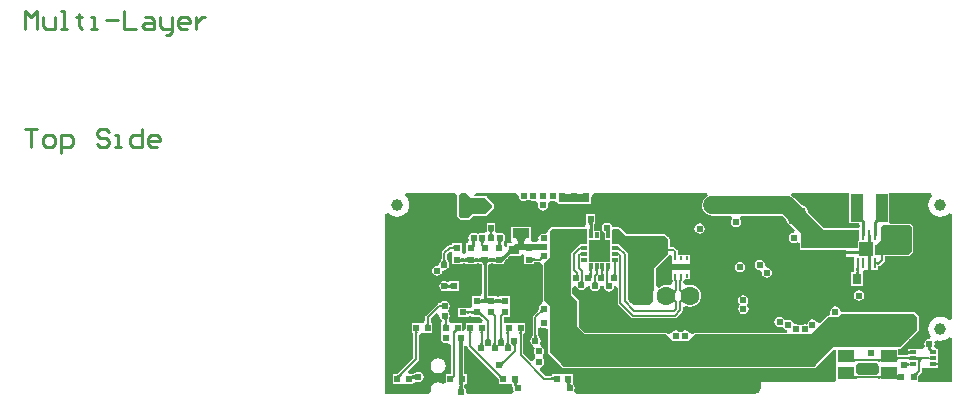
<source format=gtl>
G04 Layer_Physical_Order=1*
G04 Layer_Color=255*
%FSLAX44Y44*%
%MOMM*%
G71*
G01*
G75*
%ADD10C,0.1778*%
%ADD11R,0.3000X0.5000*%
%ADD12R,0.5000X0.3000*%
%ADD13R,1.8000X1.8000*%
%ADD14R,0.2700X0.8600*%
%ADD15R,0.8600X0.2700*%
G04:AMPARAMS|DCode=16|XSize=1.5mm|YSize=1.5mm|CornerRadius=0.375mm|HoleSize=0mm|Usage=FLASHONLY|Rotation=90.000|XOffset=0mm|YOffset=0mm|HoleType=Round|Shape=RoundedRectangle|*
%AMROUNDEDRECTD16*
21,1,1.5000,0.7500,0,0,90.0*
21,1,0.7500,1.5000,0,0,90.0*
1,1,0.7500,0.3750,0.3750*
1,1,0.7500,0.3750,-0.3750*
1,1,0.7500,-0.3750,-0.3750*
1,1,0.7500,-0.3750,0.3750*
%
%ADD16ROUNDEDRECTD16*%
%ADD17R,0.5000X0.6000*%
%ADD18R,0.8500X1.4000*%
%ADD19R,1.0500X2.4000*%
%ADD20R,1.4000X1.0500*%
%ADD21R,1.8000X0.9000*%
%ADD22R,0.6000X0.5000*%
%ADD23R,0.2500X0.4000*%
%ADD24R,1.2000X0.5000*%
%ADD25R,0.9000X0.8000*%
%ADD26R,0.8000X0.9000*%
%ADD27R,1.4000X0.8500*%
%ADD28C,1.0000*%
G04:AMPARAMS|DCode=29|XSize=1.5mm|YSize=1.5mm|CornerRadius=0.375mm|HoleSize=0mm|Usage=FLASHONLY|Rotation=0.000|XOffset=0mm|YOffset=0mm|HoleType=Round|Shape=RoundedRectangle|*
%AMROUNDEDRECTD29*
21,1,1.5000,0.7500,0,0,0.0*
21,1,0.7500,1.5000,0,0,0.0*
1,1,0.7500,0.3750,-0.3750*
1,1,0.7500,-0.3750,-0.3750*
1,1,0.7500,-0.3750,0.3750*
1,1,0.7500,0.3750,0.3750*
%
%ADD29ROUNDEDRECTD29*%
%ADD30C,0.2032*%
%ADD31C,1.5000*%
%ADD32C,0.4572*%
%ADD33C,0.2794*%
%ADD34C,0.2540*%
%ADD35C,0.5080*%
%ADD36C,0.3810*%
%ADD37C,0.3048*%
%ADD38R,1.1684X1.1684*%
%ADD39R,2.6000X0.8000*%
%ADD40O,1.2000X2.1000*%
%ADD41C,1.6000*%
%ADD42C,0.6096*%
G36*
X57766Y69567D02*
X57554Y68998D01*
X57468Y68717D01*
X57336Y68165D01*
X57290Y67893D01*
X57237Y67357D01*
X57230Y67094D01*
X55198Y66244D01*
X55185Y66539D01*
X55146Y66814D01*
X55082Y67070D01*
X54992Y67307D01*
X54876Y67524D01*
X54734Y67722D01*
X54567Y67901D01*
X54374Y68061D01*
X54155Y68201D01*
X53910Y68322D01*
X57892Y69856D01*
X57766Y69567D01*
D02*
G37*
G36*
X57240Y64813D02*
X57271Y64468D01*
X57322Y64163D01*
X57393Y63899D01*
X57484Y63675D01*
X57596Y63493D01*
X57728Y63350D01*
X57880Y63249D01*
X58053Y63188D01*
X58246Y63168D01*
X54182D01*
X54375Y63188D01*
X54548Y63249D01*
X54700Y63350D01*
X54832Y63493D01*
X54944Y63675D01*
X55035Y63899D01*
X55107Y64163D01*
X55157Y64468D01*
X55188Y64813D01*
X55198Y65199D01*
X57230D01*
X57240Y64813D01*
D02*
G37*
G36*
X42094Y64808D02*
X42125Y64457D01*
X42175Y64148D01*
X42247Y63879D01*
X42338Y63653D01*
X42450Y63467D01*
X42582Y63323D01*
X42734Y63219D01*
X42907Y63158D01*
X43100Y63137D01*
X39036D01*
X39229Y63158D01*
X39402Y63219D01*
X39554Y63323D01*
X39686Y63467D01*
X39798Y63653D01*
X39889Y63879D01*
X39960Y64148D01*
X40011Y64457D01*
X40042Y64808D01*
X40052Y65199D01*
X42084D01*
X42094Y64808D01*
D02*
G37*
G36*
X79865Y71708D02*
X79844Y71901D01*
X79783Y72074D01*
X79679Y72226D01*
X79535Y72358D01*
X79349Y72470D01*
X79123Y72561D01*
X78854Y72633D01*
X78545Y72683D01*
X78194Y72714D01*
X77803Y72724D01*
Y74756D01*
X78194Y74766D01*
X78545Y74797D01*
X78854Y74847D01*
X79123Y74919D01*
X79349Y75010D01*
X79535Y75122D01*
X79679Y75254D01*
X79783Y75406D01*
X79844Y75579D01*
X79865Y75772D01*
Y71708D01*
D02*
G37*
G36*
X74080Y75579D02*
X74142Y75406D01*
X74245Y75254D01*
X74389Y75122D01*
X74575Y75010D01*
X74802Y74919D01*
X75070Y74847D01*
X75379Y74797D01*
X75730Y74766D01*
X76122Y74756D01*
Y72724D01*
X75730Y72714D01*
X75379Y72683D01*
X75070Y72633D01*
X74802Y72561D01*
X74575Y72470D01*
X74389Y72358D01*
X74245Y72226D01*
X74142Y72074D01*
X74080Y71901D01*
X74059Y71708D01*
Y75772D01*
X74080Y75579D01*
D02*
G37*
G36*
X85712Y75130D02*
X85697Y74901D01*
X85727Y74656D01*
X85802Y74394D01*
X85923Y74115D01*
X86090Y73819D01*
X86302Y73506D01*
X86559Y73177D01*
X86862Y72831D01*
X87210Y72469D01*
X86972Y69834D01*
X86501Y70290D01*
X85682Y70994D01*
X85333Y71242D01*
X85026Y71420D01*
X84759Y71529D01*
X84532Y71569D01*
X84347Y71539D01*
X84202Y71439D01*
X84098Y71270D01*
X85773Y75342D01*
X85712Y75130D01*
D02*
G37*
G36*
X65257Y57259D02*
X65203Y57308D01*
X65120Y57318D01*
X65010Y57290D01*
X64871Y57222D01*
X64705Y57116D01*
X64511Y56971D01*
X64040Y56565D01*
X63456Y56004D01*
X62308Y57729D01*
X62623Y58050D01*
X63510Y59067D01*
X63638Y59255D01*
X63729Y59417D01*
X63781Y59552D01*
X63797Y59660D01*
X63775Y59741D01*
X65257Y57259D01*
D02*
G37*
G36*
X78627Y57208D02*
X78454Y57147D01*
X78302Y57046D01*
X78170Y56903D01*
X78058Y56720D01*
X77967Y56497D01*
X77895Y56233D01*
X77845Y55928D01*
X77814Y55583D01*
X77804Y55196D01*
X75772D01*
X75762Y55583D01*
X75731Y55928D01*
X75681Y56233D01*
X75609Y56497D01*
X75518Y56720D01*
X75406Y56903D01*
X75274Y57046D01*
X75122Y57147D01*
X74949Y57208D01*
X74756Y57228D01*
X78820D01*
X78627Y57208D01*
D02*
G37*
G36*
X32907D02*
X32734Y57147D01*
X32582Y57046D01*
X32450Y56903D01*
X32338Y56720D01*
X32247Y56497D01*
X32175Y56233D01*
X32125Y55928D01*
X32094Y55583D01*
X32084Y55196D01*
X30052D01*
X30042Y55583D01*
X30011Y55928D01*
X29961Y56233D01*
X29889Y56497D01*
X29798Y56720D01*
X29686Y56903D01*
X29554Y57046D01*
X29402Y57147D01*
X29229Y57208D01*
X29036Y57228D01*
X33100D01*
X32907Y57208D01*
D02*
G37*
G36*
X133107Y54204D02*
X133141Y53928D01*
X133197Y53658D01*
X133275Y53396D01*
X133375Y53140D01*
X133498Y52891D01*
X133644Y52648D01*
X133811Y52412D01*
X134001Y52183D01*
X134214Y51961D01*
X129946D01*
X130159Y52183D01*
X130349Y52412D01*
X130516Y52648D01*
X130662Y52891D01*
X130785Y53140D01*
X130885Y53396D01*
X130963Y53658D01*
X131019Y53928D01*
X131053Y54204D01*
X131064Y54486D01*
X133096D01*
X133107Y54204D01*
D02*
G37*
G36*
X121393Y57238D02*
X121220Y57176D01*
X121068Y57073D01*
X120936Y56929D01*
X120824Y56743D01*
X120732Y56516D01*
X120661Y56248D01*
X120611Y55939D01*
X120580Y55588D01*
X120570Y55196D01*
X118538D01*
X118528Y55588D01*
X118497Y55939D01*
X118447Y56248D01*
X118375Y56516D01*
X118284Y56743D01*
X118172Y56929D01*
X118040Y57073D01*
X117888Y57176D01*
X117715Y57238D01*
X117522Y57259D01*
X121586D01*
X121393Y57238D01*
D02*
G37*
G36*
X110297Y57237D02*
X110124Y57174D01*
X109972Y57070D01*
X109840Y56925D01*
X109728Y56739D01*
X109637Y56512D01*
X109565Y56245D01*
X109515Y55936D01*
X109484Y55587D01*
X109474Y55196D01*
X107442D01*
X107438Y55583D01*
X107353Y56720D01*
X107313Y56903D01*
X107267Y57046D01*
X107213Y57147D01*
X107152Y57208D01*
X107085Y57228D01*
X110490Y57259D01*
X110297Y57237D01*
D02*
G37*
G36*
X88453Y57208D02*
X88280Y57147D01*
X88128Y57046D01*
X87996Y56903D01*
X87884Y56720D01*
X87793Y56497D01*
X87721Y56233D01*
X87671Y55928D01*
X87640Y55583D01*
X87630Y55196D01*
X85598D01*
X85588Y55583D01*
X85557Y55928D01*
X85507Y56233D01*
X85435Y56497D01*
X85344Y56720D01*
X85232Y56903D01*
X85100Y57046D01*
X84948Y57147D01*
X84775Y57208D01*
X84582Y57228D01*
X88646D01*
X88453Y57208D01*
D02*
G37*
G36*
X147561Y15695D02*
X147540Y15888D01*
X147479Y16061D01*
X147375Y16213D01*
X147231Y16345D01*
X147045Y16457D01*
X146819Y16548D01*
X146550Y16619D01*
X146241Y16670D01*
X145890Y16701D01*
X145499Y16711D01*
Y18743D01*
X145890Y18753D01*
X146241Y18783D01*
X146550Y18834D01*
X146819Y18905D01*
X147045Y18997D01*
X147231Y19109D01*
X147375Y19241D01*
X147479Y19393D01*
X147540Y19566D01*
X147561Y19759D01*
Y15695D01*
D02*
G37*
G36*
X117242Y14505D02*
X117038Y14429D01*
X116858Y14303D01*
X116702Y14126D01*
X116570Y13898D01*
X116462Y13620D01*
X116378Y13290D01*
X116318Y12911D01*
X116282Y12481D01*
X116270Y12000D01*
X113730D01*
X113718Y12481D01*
X113682Y12911D01*
X113622Y13290D01*
X113538Y13620D01*
X113430Y13898D01*
X113298Y14126D01*
X113142Y14303D01*
X112962Y14429D01*
X112758Y14505D01*
X112530Y14531D01*
X117470D01*
X117242Y14505D01*
D02*
G37*
G36*
X250571Y85361D02*
X250561Y85178D01*
X250582Y84987D01*
X250633Y84788D01*
X250715Y84582D01*
X250827Y84368D01*
X250970Y84146D01*
X251143Y83916D01*
X251346Y83678D01*
X251581Y83433D01*
X250323Y82175D01*
X250140Y82346D01*
X249963Y82485D01*
X249792Y82592D01*
X249628Y82667D01*
X249469Y82711D01*
X249317Y82723D01*
X249170Y82704D01*
X249030Y82653D01*
X248896Y82571D01*
X248768Y82457D01*
X250611Y85536D01*
X250571Y85361D01*
D02*
G37*
G36*
X257616Y82083D02*
X257373Y82280D01*
X257129Y82430D01*
X256883Y82532D01*
X256637Y82587D01*
X256389Y82595D01*
X256141Y82555D01*
X255891Y82467D01*
X255641Y82333D01*
X255389Y82151D01*
X255137Y81921D01*
X253879Y83179D01*
X254180Y83499D01*
X254442Y83822D01*
X254666Y84146D01*
X254851Y84472D01*
X254997Y84799D01*
X255105Y85128D01*
X255174Y85458D01*
X255205Y85790D01*
X255196Y86124D01*
X255150Y86459D01*
X257616Y82083D01*
D02*
G37*
G36*
X251621Y92121D02*
X251402Y91895D01*
X251046Y91474D01*
X250908Y91280D01*
X250797Y91096D01*
X250714Y90924D01*
X250657Y90763D01*
X250627Y90612D01*
X250625Y90472D01*
X250649Y90343D01*
X249158Y93106D01*
X249247Y93017D01*
X249342Y92954D01*
X249444Y92917D01*
X249554Y92905D01*
X249671Y92919D01*
X249795Y92960D01*
X249926Y93026D01*
X250065Y93117D01*
X250210Y93235D01*
X250363Y93379D01*
X251621Y92121D01*
D02*
G37*
G36*
X71133Y14533D02*
X70917Y14455D01*
X70726Y14325D01*
X70561Y14145D01*
X70422Y13913D01*
X70307Y13631D01*
X70218Y13297D01*
X70155Y12913D01*
X70117Y12477D01*
X70104Y11990D01*
X67564D01*
X67530Y14531D01*
X71374Y14561D01*
X71133Y14533D01*
D02*
G37*
G36*
X255389Y93358D02*
X255598Y93203D01*
X255802Y93088D01*
X256001Y93014D01*
X256196Y92979D01*
X256387Y92985D01*
X256573Y93031D01*
X256755Y93117D01*
X256933Y93243D01*
X257106Y93409D01*
X255150Y89542D01*
X255183Y89799D01*
X255181Y90060D01*
X255144Y90324D01*
X255073Y90594D01*
X254967Y90867D01*
X254827Y91144D01*
X254652Y91426D01*
X254442Y91711D01*
X254198Y92001D01*
X253919Y92295D01*
X255177Y93553D01*
X255389Y93358D01*
D02*
G37*
G36*
X103202Y81271D02*
X103177Y81498D01*
X103101Y81702D01*
X102974Y81882D01*
X102796Y82038D01*
X102568Y82170D01*
X102288Y82278D01*
X101958Y82362D01*
X101577Y82422D01*
X101145Y82458D01*
X100662Y82470D01*
Y85010D01*
X101145Y85022D01*
X101577Y85058D01*
X101958Y85118D01*
X102288Y85202D01*
X102568Y85310D01*
X102796Y85442D01*
X102974Y85598D01*
X103101Y85778D01*
X103177Y85982D01*
X103202Y86209D01*
Y81271D01*
D02*
G37*
G36*
X209042Y138430D02*
X241554D01*
X244348Y135636D01*
Y123444D01*
X232664Y111760D01*
X232664Y92710D01*
X231902Y91948D01*
Y83312D01*
X228600Y80010D01*
X215900D01*
X211328Y84582D01*
Y89154D01*
X210820Y89662D01*
X210820Y123190D01*
X202438Y131572D01*
X197358D01*
X196850Y132080D01*
Y143764D01*
X197612Y144526D01*
X202946D01*
X209042Y138430D01*
D02*
G37*
G36*
X52454Y77766D02*
X52391Y77855D01*
X52305Y77934D01*
X52197Y78004D01*
X52065Y78064D01*
X51911Y78116D01*
X51734Y78158D01*
X51535Y78190D01*
X51313Y78213D01*
X50800Y78232D01*
Y80264D01*
X51068Y80269D01*
X51535Y80306D01*
X51734Y80338D01*
X51911Y80380D01*
X52065Y80432D01*
X52197Y80492D01*
X52305Y80562D01*
X52391Y80641D01*
X52454Y80730D01*
Y77766D01*
D02*
G37*
G36*
X139416Y73914D02*
X139108Y73907D01*
X138812Y73879D01*
X138526Y73831D01*
X138252Y73762D01*
X137989Y73673D01*
X137737Y73563D01*
X137496Y73433D01*
X137266Y73282D01*
X137047Y73110D01*
X136839Y72918D01*
X135402Y74355D01*
X135594Y74563D01*
X135766Y74782D01*
X135917Y75012D01*
X136047Y75253D01*
X136157Y75505D01*
X136246Y75768D01*
X136315Y76042D01*
X136363Y76328D01*
X136391Y76624D01*
X136398Y76932D01*
X139416Y73914D01*
D02*
G37*
G36*
X97483Y85982D02*
X97559Y85778D01*
X97686Y85598D01*
X97864Y85442D01*
X98092Y85310D01*
X98372Y85202D01*
X98702Y85118D01*
X99083Y85058D01*
X99515Y85022D01*
X99998Y85010D01*
Y82470D01*
X99515Y82458D01*
X99083Y82422D01*
X98702Y82362D01*
X98372Y82278D01*
X98092Y82170D01*
X97864Y82038D01*
X97686Y81882D01*
X97559Y81702D01*
X97483Y81498D01*
X97458Y81271D01*
Y86209D01*
X97483Y85982D01*
D02*
G37*
G36*
X91518Y81271D02*
X91493Y81498D01*
X91417Y81702D01*
X91290Y81882D01*
X91112Y82038D01*
X90884Y82170D01*
X90604Y82278D01*
X90274Y82362D01*
X89893Y82422D01*
X89461Y82458D01*
X88979Y82470D01*
Y85010D01*
X89461Y85022D01*
X89893Y85058D01*
X90274Y85118D01*
X90604Y85202D01*
X90884Y85310D01*
X91112Y85442D01*
X91290Y85598D01*
X91417Y85778D01*
X91493Y85982D01*
X91518Y86209D01*
Y81271D01*
D02*
G37*
G36*
X85799Y85982D02*
X85875Y85778D01*
X86002Y85598D01*
X86180Y85442D01*
X86409Y85310D01*
X86688Y85202D01*
X87018Y85118D01*
X87399Y85058D01*
X87831Y85022D01*
X88314Y85010D01*
Y82470D01*
X87831Y82458D01*
X87399Y82422D01*
X87018Y82362D01*
X86688Y82278D01*
X86409Y82170D01*
X86180Y82038D01*
X86002Y81882D01*
X85875Y81702D01*
X85799Y81498D01*
X85773Y81271D01*
Y86209D01*
X85799Y85982D01*
D02*
G37*
G36*
X175514Y144018D02*
Y131826D01*
X169672D01*
X162052Y124206D01*
Y113538D01*
Y88646D01*
X167640Y83058D01*
Y61214D01*
X173736Y55118D01*
X242824D01*
X248412Y49530D01*
X261366D01*
X266954Y55118D01*
X365252D01*
X379730Y69596D01*
X388112D01*
X391160Y72644D01*
X452882D01*
X455422Y70104D01*
Y59182D01*
X440944Y44704D01*
Y44196D01*
X384196Y44196D01*
X369210Y29210D01*
X369210D01*
X367686Y27686D01*
X156464Y27686D01*
X153670Y30480D01*
Y30480D01*
X144018Y40132D01*
X144018Y62484D01*
Y79248D01*
X139700Y83566D01*
X139700Y115824D01*
X144018Y120142D01*
X144018Y122682D01*
Y142494D01*
X146304Y144780D01*
X174752D01*
X175514Y144018D01*
D02*
G37*
G36*
X101792Y21447D02*
X102615Y20737D01*
X102964Y20486D01*
X103272Y20304D01*
X103539Y20192D01*
X103764Y20150D01*
X103948Y20177D01*
X104091Y20273D01*
X104192Y20439D01*
X102561Y16384D01*
X102619Y16593D01*
X102631Y16820D01*
X102598Y17064D01*
X102520Y17325D01*
X102396Y17604D01*
X102226Y17900D01*
X102011Y18213D01*
X101751Y18544D01*
X101445Y18892D01*
X101094Y19258D01*
X101319Y21906D01*
X101792Y21447D01*
D02*
G37*
G36*
X456106Y21774D02*
X455723Y21376D01*
X455115Y20655D01*
X454889Y20331D01*
X454716Y20032D01*
X454596Y19756D01*
X454528Y19506D01*
X454512Y19279D01*
X454549Y19077D01*
X454639Y18900D01*
X452296Y22243D01*
X452429Y22109D01*
X452596Y22037D01*
X452798Y22028D01*
X453034Y22081D01*
X453304Y22197D01*
X453609Y22374D01*
X453947Y22615D01*
X454320Y22917D01*
X455169Y23710D01*
X456106Y21774D01*
D02*
G37*
G36*
X401961Y35089D02*
X402025Y34916D01*
X402129Y34764D01*
X402274Y34632D01*
X402459Y34520D01*
X402686Y34429D01*
X402954Y34358D01*
X403262Y34307D01*
X403611Y34276D01*
X404002Y34266D01*
Y32234D01*
X403615Y32232D01*
X402152Y32134D01*
X402051Y32104D01*
X401990Y32069D01*
X401969Y32030D01*
X401939Y35282D01*
X401961Y35089D01*
D02*
G37*
G36*
X453990Y36393D02*
X454051Y36325D01*
X454152Y36265D01*
X454295Y36213D01*
X454478Y36168D01*
X454701Y36132D01*
X454965Y36104D01*
X455615Y36072D01*
X456002Y36068D01*
Y35269D01*
X457200Y36068D01*
X460248Y34036D01*
X459862Y34016D01*
X459516Y33955D01*
X459212Y33853D01*
X458947Y33711D01*
X458724Y33528D01*
X458541Y33305D01*
X458399Y33040D01*
X458297Y32736D01*
X458236Y32390D01*
X458216Y32004D01*
X456184D01*
X456164Y32390D01*
X456103Y32736D01*
X456001Y33040D01*
X455859Y33305D01*
X455676Y33528D01*
X455452Y33711D01*
X455188Y33853D01*
X454883Y33955D01*
X454824Y33965D01*
X454701Y33955D01*
X454478Y33910D01*
X454295Y33854D01*
X454152Y33788D01*
X454051Y33712D01*
X453990Y33627D01*
X453969Y33530D01*
Y36470D01*
X453990Y36393D01*
D02*
G37*
G36*
X445594Y31623D02*
X446162Y31404D01*
X446442Y31315D01*
X446994Y31178D01*
X447267Y31130D01*
X447803Y31075D01*
X448068Y31068D01*
X448700Y29036D01*
X448439Y29023D01*
X448194Y28984D01*
X447964Y28920D01*
X447749Y28830D01*
X447549Y28714D01*
X447365Y28573D01*
X447196Y28405D01*
X447042Y28212D01*
X446903Y27993D01*
X446779Y27749D01*
X445307Y31754D01*
X445594Y31623D01*
D02*
G37*
G36*
X422385Y29576D02*
X422730Y28499D01*
Y23248D01*
X420239Y21081D01*
X405761D01*
X403270Y23248D01*
Y28484D01*
X403279Y28537D01*
X403600Y29559D01*
X403603Y29565D01*
X405127Y30919D01*
X420873D01*
X422385Y29576D01*
D02*
G37*
G36*
X424030Y17530D02*
X424010Y17569D01*
X423949Y17604D01*
X423848Y17634D01*
X423705Y17661D01*
X423522Y17683D01*
X423035Y17716D01*
X421998Y17734D01*
Y19766D01*
X422389Y19776D01*
X422738Y19807D01*
X423046Y19858D01*
X423314Y19929D01*
X423541Y20020D01*
X423726Y20132D01*
X423871Y20264D01*
X423975Y20416D01*
X424039Y20589D01*
X424061Y20782D01*
X424030Y17530D01*
D02*
G37*
G36*
X401961Y20589D02*
X402025Y20416D01*
X402129Y20264D01*
X402274Y20132D01*
X402459Y20020D01*
X402686Y19929D01*
X402954Y19858D01*
X403262Y19807D01*
X403611Y19776D01*
X404002Y19766D01*
Y17734D01*
X403615Y17732D01*
X402152Y17634D01*
X402051Y17604D01*
X401990Y17569D01*
X401969Y17530D01*
X401939Y20782D01*
X401961Y20589D01*
D02*
G37*
G36*
X30843Y17170D02*
X30667Y17335D01*
X30475Y17481D01*
X30270Y17611D01*
X30049Y17723D01*
X29814Y17818D01*
X29565Y17896D01*
X29301Y17956D01*
X29113Y17985D01*
X29088Y17983D01*
X28703Y17920D01*
X28369Y17831D01*
X28087Y17716D01*
X27855Y17577D01*
X27675Y17412D01*
X27545Y17221D01*
X27467Y17005D01*
X27439Y16764D01*
X27469Y20470D01*
X28420Y20509D01*
Y20574D01*
X28728Y20583D01*
X29022Y20608D01*
X29301Y20652D01*
X29565Y20712D01*
X29814Y20790D01*
X30049Y20885D01*
X30270Y20997D01*
X30475Y21127D01*
X30667Y21274D01*
X30843Y21438D01*
Y17170D01*
D02*
G37*
G36*
X70531Y22938D02*
X70577Y22420D01*
X70653Y21963D01*
X70760Y21567D01*
X70897Y21232D01*
X71065Y20957D01*
X71263Y20744D01*
X71491Y20591D01*
X71750Y20500D01*
X72040Y20470D01*
X67530D01*
X67519Y20500D01*
X67508Y20591D01*
X67498Y20744D01*
X67468Y23517D01*
X70516D01*
X70531Y22938D01*
D02*
G37*
G36*
X18906Y20470D02*
X18504Y20053D01*
X17872Y19306D01*
X17642Y18975D01*
X17470Y18673D01*
X17355Y18400D01*
X17297Y18156D01*
Y17941D01*
X17355Y17754D01*
X17470Y17596D01*
X14596Y20470D01*
X14754Y20355D01*
X14941Y20297D01*
X15156D01*
X15401Y20355D01*
X15674Y20470D01*
X15975Y20642D01*
X16306Y20872D01*
X16665Y21159D01*
X17470Y21906D01*
X18906Y20470D01*
D02*
G37*
G36*
X439021Y19892D02*
X439262Y19853D01*
X439611Y19822D01*
X440001Y19812D01*
Y17780D01*
X439615Y17778D01*
X439021Y17738D01*
Y16662D01*
X438799Y16875D01*
X438570Y17065D01*
X438334Y17232D01*
X438091Y17378D01*
X437842Y17501D01*
X437586Y17601D01*
X437324Y17679D01*
X437054Y17735D01*
X436778Y17769D01*
X436496Y17780D01*
Y19812D01*
X436778Y19823D01*
X437054Y19857D01*
X437324Y19913D01*
X437586Y19991D01*
X437842Y20091D01*
X437945Y20142D01*
X437939Y20828D01*
X437961Y20635D01*
X438024Y20462D01*
X438129Y20310D01*
X438177Y20266D01*
X438334Y20360D01*
X438570Y20527D01*
X438799Y20717D01*
X439021Y20930D01*
Y19892D01*
D02*
G37*
G36*
X424030Y32030D02*
X424010Y32069D01*
X423949Y32104D01*
X423848Y32134D01*
X423705Y32161D01*
X423522Y32183D01*
X423035Y32216D01*
X421998Y32234D01*
Y34266D01*
X422389Y34276D01*
X422738Y34307D01*
X423046Y34358D01*
X423314Y34429D01*
X423541Y34520D01*
X423726Y34632D01*
X423871Y34764D01*
X423975Y34916D01*
X424039Y35089D01*
X424061Y35282D01*
X424030Y32030D01*
D02*
G37*
G36*
X71010Y49433D02*
X70906Y49280D01*
X70815Y49106D01*
X70735Y48910D01*
X70668Y48692D01*
X70613Y48451D01*
X70571Y48189D01*
X70540Y47905D01*
X70516Y47271D01*
X67468D01*
X67462Y47599D01*
X67413Y48189D01*
X67370Y48451D01*
X67316Y48692D01*
X67248Y48910D01*
X67169Y49106D01*
X67078Y49280D01*
X66974Y49433D01*
X66858Y49563D01*
X71125D01*
X71010Y49433D01*
D02*
G37*
G36*
X98563Y47854D02*
X98597Y47578D01*
X98653Y47308D01*
X98731Y47046D01*
X98831Y46790D01*
X98954Y46541D01*
X99100Y46298D01*
X99267Y46062D01*
X99457Y45833D01*
X99670Y45611D01*
X95402D01*
X95615Y45833D01*
X95805Y46062D01*
X95972Y46298D01*
X96118Y46541D01*
X96241Y46790D01*
X96341Y47046D01*
X96419Y47308D01*
X96475Y47578D01*
X96509Y47854D01*
X96520Y48137D01*
X98552D01*
X98563Y47854D01*
D02*
G37*
G36*
X87630Y48034D02*
X87640Y47755D01*
X87671Y47479D01*
X87723Y47208D01*
X87796Y46941D01*
X87889Y46679D01*
X88004Y46420D01*
X88138Y46165D01*
X88294Y45914D01*
X88470Y45668D01*
X88668Y45425D01*
X84415Y45781D01*
X84640Y45982D01*
X84841Y46192D01*
X85018Y46412D01*
X85172Y46641D01*
X85302Y46879D01*
X85409Y47127D01*
X85492Y47385D01*
X85551Y47652D01*
X85586Y47928D01*
X85598Y48214D01*
X87630Y48034D01*
D02*
G37*
G36*
X104151Y52680D02*
X104185Y52404D01*
X104241Y52134D01*
X104319Y51872D01*
X104419Y51616D01*
X104542Y51367D01*
X104688Y51124D01*
X104855Y50888D01*
X105045Y50659D01*
X105258Y50437D01*
X100990D01*
X101203Y50659D01*
X101393Y50888D01*
X101560Y51124D01*
X101706Y51367D01*
X101829Y51616D01*
X101929Y51872D01*
X102007Y52134D01*
X102063Y52404D01*
X102097Y52680D01*
X102108Y52962D01*
X104140D01*
X104151Y52680D01*
D02*
G37*
G36*
X92975D02*
X93009Y52404D01*
X93065Y52134D01*
X93143Y51872D01*
X93243Y51616D01*
X93366Y51367D01*
X93512Y51124D01*
X93679Y50888D01*
X93869Y50659D01*
X94082Y50437D01*
X89814D01*
X90027Y50659D01*
X90217Y50888D01*
X90384Y51124D01*
X90530Y51367D01*
X90653Y51616D01*
X90753Y51872D01*
X90831Y52134D01*
X90887Y52404D01*
X90921Y52680D01*
X90932Y52962D01*
X92964D01*
X92975Y52680D01*
D02*
G37*
G36*
X485000Y52170D02*
Y15000D01*
X458496D01*
X455970Y15034D01*
X455970Y18626D01*
X455993Y18662D01*
X455970Y18765D01*
Y19454D01*
X456050Y19593D01*
X456206Y19818D01*
X456744Y20455D01*
X457096Y20819D01*
X457150Y20958D01*
X458848Y22656D01*
X459353Y23412D01*
X459531Y24304D01*
Y27000D01*
X472694D01*
Y28980D01*
X472615Y28979D01*
X471701Y28911D01*
X471478Y28871D01*
X471295Y28821D01*
X471152Y28762D01*
X471051Y28694D01*
X470990Y28617D01*
X470970Y28530D01*
Y31470D01*
X470990Y31383D01*
X471051Y31306D01*
X471152Y31238D01*
X471295Y31179D01*
X471478Y31129D01*
X471701Y31089D01*
X471965Y31057D01*
X472615Y31021D01*
X472694Y31020D01*
Y43000D01*
X470994D01*
X469637Y45540D01*
X469650Y45559D01*
X469985Y47244D01*
X469749Y48429D01*
X470793Y49697D01*
X471757Y50346D01*
X472348Y50101D01*
X475000Y49752D01*
X477652Y50101D01*
X480124Y51125D01*
X482246Y52754D01*
X482460Y53032D01*
X485000Y52170D01*
D02*
G37*
G36*
X109487Y48263D02*
X109525Y47987D01*
X109588Y47726D01*
X109677Y47481D01*
X109791Y47250D01*
X109930Y47036D01*
X110095Y46836D01*
X110285Y46652D01*
X110501Y46483D01*
X110742Y46329D01*
X106610Y45262D01*
X106768Y45538D01*
X107034Y46087D01*
X107142Y46361D01*
X107234Y46634D01*
X107309Y46907D01*
X107367Y47179D01*
X107409Y47451D01*
X107434Y47722D01*
X107442Y47993D01*
X109474Y48554D01*
X109487Y48263D01*
D02*
G37*
G36*
X449030Y33530D02*
X449010Y33627D01*
X448949Y33712D01*
X448848Y33788D01*
X448705Y33854D01*
X448522Y33910D01*
X448299Y33955D01*
X448035Y33990D01*
X447385Y34031D01*
X446998Y34036D01*
Y36068D01*
X447385Y36072D01*
X448299Y36132D01*
X448522Y36168D01*
X448705Y36213D01*
X448848Y36265D01*
X448949Y36325D01*
X449010Y36393D01*
X449030Y36470D01*
Y33530D01*
D02*
G37*
G36*
X437960Y36891D02*
X438022Y36718D01*
X438125Y36566D01*
X438269Y36434D01*
X438455Y36322D01*
X438681Y36231D01*
X438950Y36160D01*
X439259Y36109D01*
X439610Y36078D01*
X440001Y36068D01*
Y34036D01*
X439610Y34026D01*
X439259Y33995D01*
X438950Y33945D01*
X438681Y33874D01*
X438455Y33782D01*
X438269Y33670D01*
X438125Y33538D01*
X438022Y33386D01*
X437960Y33213D01*
X437939Y33020D01*
Y37084D01*
X437960Y36891D01*
D02*
G37*
G36*
X105429Y30917D02*
X105246Y30724D01*
X104906Y30305D01*
X104748Y30077D01*
X104457Y29588D01*
X104324Y29326D01*
X104082Y28766D01*
X103973Y28469D01*
X102144Y32325D01*
X102408Y32242D01*
X102666Y32191D01*
X102919Y32172D01*
X103167Y32183D01*
X103410Y32226D01*
X103647Y32300D01*
X103879Y32405D01*
X104107Y32541D01*
X104329Y32708D01*
X104546Y32907D01*
X105429Y30917D01*
D02*
G37*
G36*
X116244Y47680D02*
X115978Y47131D01*
X115870Y46857D01*
X115778Y46583D01*
X115703Y46311D01*
X115645Y46039D01*
X115603Y45767D01*
X115578Y45496D01*
X115570Y45226D01*
X113538Y44664D01*
X113525Y44955D01*
X113487Y45231D01*
X113424Y45492D01*
X113335Y45737D01*
X113221Y45967D01*
X113082Y46182D01*
X112917Y46382D01*
X112727Y46566D01*
X112511Y46735D01*
X112270Y46889D01*
X116402Y47956D01*
X116244Y47680D01*
D02*
G37*
G36*
X466983Y44521D02*
X466902Y44434D01*
X466831Y44324D01*
X466769Y44191D01*
X466717Y44036D01*
X466674Y43857D01*
X466641Y43657D01*
X466617Y43433D01*
X466598Y42918D01*
X464566D01*
X464561Y43187D01*
X464523Y43657D01*
X464490Y43857D01*
X464447Y44036D01*
X464395Y44191D01*
X464333Y44324D01*
X464262Y44434D01*
X464181Y44521D01*
X464091Y44586D01*
X467073D01*
X466983Y44521D01*
D02*
G37*
G36*
X467405Y42545D02*
X468097Y41967D01*
X468413Y41748D01*
X468711Y41578D01*
X468988Y41455D01*
X469246Y41380D01*
X469485Y41352D01*
X469704Y41372D01*
X469904Y41439D01*
X466061Y39596D01*
X466220Y39704D01*
X466317Y39846D01*
X466352Y40022D01*
X466326Y40231D01*
X466237Y40475D01*
X466086Y40752D01*
X465873Y41063D01*
X465599Y41408D01*
X465262Y41787D01*
X464864Y42200D01*
X467030Y42906D01*
X467405Y42545D01*
D02*
G37*
G36*
X111359Y122927D02*
X111231Y123140D01*
X111052Y123266D01*
X110822Y123305D01*
X110540Y123257D01*
X110206Y123121D01*
X109821Y122898D01*
X109385Y122587D01*
X108897Y122189D01*
X107767Y121130D01*
X107526Y124482D01*
X107959Y124933D01*
X108656Y125774D01*
X108920Y126164D01*
X109128Y126533D01*
X109279Y126882D01*
X109375Y127211D01*
X109413Y127519D01*
X109396Y127807D01*
X109323Y128075D01*
X111359Y122927D01*
D02*
G37*
G36*
X122222Y122214D02*
X122222D01*
X122222Y122214D01*
Y114674D01*
X130762D01*
Y115994D01*
X130936Y116023D01*
X131186Y116045D01*
X131530Y116054D01*
X131663Y116113D01*
X135970D01*
X137999Y114677D01*
X138325Y114214D01*
X138325Y83566D01*
X137873Y81533D01*
X137125Y80604D01*
X136333Y80075D01*
X135379Y78647D01*
X135060Y77045D01*
X135024Y76963D01*
X135018Y76704D01*
X134999Y76507D01*
X134969Y76325D01*
X134927Y76157D01*
X134874Y76001D01*
X134810Y75856D01*
X134735Y75717D01*
X134648Y75584D01*
X134547Y75455D01*
X134393Y75288D01*
X134344Y75156D01*
X130432Y71244D01*
X129927Y70488D01*
X129749Y69596D01*
Y54668D01*
X129690Y54541D01*
X129682Y54314D01*
X129662Y54151D01*
X129629Y53995D01*
X129584Y53844D01*
X129526Y53696D01*
X129454Y53549D01*
X129365Y53401D01*
X129258Y53250D01*
X129131Y53098D01*
X128952Y52910D01*
X128920Y52827D01*
X128013Y51469D01*
X127677Y49784D01*
X128013Y48099D01*
X128967Y46671D01*
X130353Y45744D01*
X130403Y45693D01*
X131306Y42946D01*
X131060Y42579D01*
X130725Y40894D01*
X131060Y39209D01*
X131952Y37876D01*
X132015Y37781D01*
X132015Y34863D01*
X131952Y34768D01*
X131060Y33435D01*
X130997Y33117D01*
X128241Y32281D01*
X121885Y38637D01*
Y55027D01*
X121944Y55161D01*
X121953Y55511D01*
X121976Y55768D01*
X122002Y55928D01*
X123324D01*
Y64468D01*
X115784D01*
Y64468D01*
X113324D01*
X113324Y64468D01*
X105784D01*
X105455Y66872D01*
Y69727D01*
X105698Y69970D01*
X110442D01*
Y77430D01*
X110442Y77510D01*
Y79970D01*
X110442Y80050D01*
Y87510D01*
X103474D01*
X103355Y87576D01*
X103236Y87570D01*
X103202Y87584D01*
X101902Y87510D01*
X100330Y86752D01*
X98758Y87510D01*
X97458Y87584D01*
X97424Y87570D01*
X97305Y87576D01*
X97186Y87510D01*
X91998D01*
Y112253D01*
X92378Y114600D01*
X93678Y114674D01*
X95250Y115432D01*
X96822Y114674D01*
X98123Y114600D01*
X98156Y114614D01*
X98275Y114608D01*
X98394Y114674D01*
X103808D01*
X103940Y114605D01*
X105362Y114674D01*
Y115721D01*
X105431Y115852D01*
X105431Y115852D01*
X105448Y116050D01*
X105484Y116193D01*
X105484Y116193D01*
X105564Y116403D01*
X105698Y116671D01*
X105890Y116989D01*
X106123Y117325D01*
X107262Y118668D01*
X107741Y119161D01*
X107792Y119290D01*
X108583Y120081D01*
X108706Y120127D01*
X109802Y121153D01*
X110219Y121493D01*
X110405Y121626D01*
X110979D01*
X111022Y121594D01*
X111243Y121626D01*
X119562D01*
Y122419D01*
X121706Y123307D01*
X122222Y122214D01*
D02*
G37*
G36*
X251288Y123133D02*
X251386Y121670D01*
X251416Y121569D01*
X251451Y121508D01*
X251490Y121488D01*
X249051D01*
X249089Y121508D01*
X249124Y121569D01*
X249154Y121670D01*
X249181Y121813D01*
X249203Y121995D01*
X249236Y122483D01*
X249254Y123519D01*
X251286D01*
X251288Y123133D01*
D02*
G37*
G36*
X170831Y127601D02*
X170822Y127603D01*
X170794Y127605D01*
X169902Y127611D01*
Y129389D01*
X170831Y129398D01*
Y127601D01*
D02*
G37*
G36*
X63071Y126412D02*
X63050Y126605D01*
X62989Y126778D01*
X62888Y126930D01*
X62745Y127062D01*
X62562Y127174D01*
X62339Y127265D01*
X62075Y127337D01*
X61770Y127387D01*
X61425Y127418D01*
X61038Y127428D01*
Y129460D01*
X61425Y129470D01*
X61770Y129501D01*
X62075Y129551D01*
X62339Y129622D01*
X62562Y129714D01*
X62745Y129826D01*
X62888Y129958D01*
X62989Y130110D01*
X63050Y130283D01*
X63071Y130476D01*
Y126412D01*
D02*
G37*
G36*
X410598Y128425D02*
X410629Y128125D01*
X411328D01*
X411188Y127972D01*
X411062Y127800D01*
X410952Y127610D01*
X410856Y127401D01*
X410804Y127254D01*
X410856Y127107D01*
X410952Y126898D01*
X411062Y126708D01*
X411188Y126536D01*
X411328Y126383D01*
X410620D01*
X410598Y126083D01*
X410591Y125764D01*
X407797D01*
X407790Y126083D01*
X407759Y126383D01*
X407377D01*
X406671Y122495D01*
X406544Y122658D01*
X406396Y122804D01*
X406226Y122933D01*
X406035Y123044D01*
X405822Y123139D01*
X405588Y123216D01*
X405333Y123276D01*
X405056Y123319D01*
X404758Y123345D01*
X404439Y123353D01*
X405015Y126147D01*
X405336Y126153D01*
X405924Y126196D01*
X406192Y126235D01*
X406675Y126344D01*
X406891Y126415D01*
X407089Y126497D01*
X407221Y126565D01*
X407326Y126708D01*
X407436Y126898D01*
X407532Y127107D01*
X407584Y127254D01*
X407532Y127401D01*
X407436Y127610D01*
X407326Y127800D01*
X407200Y127972D01*
X407060Y128125D01*
X407768D01*
X407790Y128425D01*
X407797Y128744D01*
X410591D01*
X410598Y128425D01*
D02*
G37*
G36*
X450500Y145750D02*
Y125500D01*
X447750Y122750D01*
X426699D01*
X426679Y122699D01*
X426608Y122435D01*
X426557Y122130D01*
X426526Y121785D01*
X426516Y121399D01*
X424484D01*
X424474Y121785D01*
X424443Y122130D01*
X424393Y122435D01*
X424322Y122699D01*
X424301Y122750D01*
X419750D01*
Y131250D01*
X420750D01*
X425000Y135500D01*
Y145750D01*
X426750Y147500D01*
X448750D01*
X450500Y145750D01*
D02*
G37*
G36*
X55891Y118720D02*
X55925Y118444D01*
X55981Y118174D01*
X56059Y117912D01*
X56159Y117656D01*
X56282Y117407D01*
X56428Y117164D01*
X56595Y116928D01*
X56785Y116699D01*
X56998Y116477D01*
X52730D01*
X52943Y116699D01*
X53133Y116928D01*
X53300Y117164D01*
X53446Y117407D01*
X53569Y117656D01*
X53669Y117912D01*
X53747Y118174D01*
X53803Y118444D01*
X53837Y118720D01*
X53848Y119003D01*
X55880D01*
X55891Y118720D01*
D02*
G37*
G36*
X129482Y120283D02*
X129543Y120110D01*
X129644Y119958D01*
X129787Y119826D01*
X129970Y119714D01*
X130193Y119623D01*
X130457Y119551D01*
X130762Y119501D01*
X131107Y119470D01*
X131494Y119460D01*
Y117428D01*
X131107Y117418D01*
X130762Y117387D01*
X130457Y117337D01*
X130193Y117265D01*
X129970Y117174D01*
X129787Y117062D01*
X129644Y116930D01*
X129543Y116778D01*
X129482Y116605D01*
X129461Y116412D01*
Y120476D01*
X129482Y120283D01*
D02*
G37*
G36*
X98123Y115975D02*
X98097Y116202D01*
X98021Y116406D01*
X97894Y116586D01*
X97716Y116742D01*
X97487Y116874D01*
X97208Y116982D01*
X96878Y117066D01*
X96497Y117126D01*
X96065Y117162D01*
X95583Y117174D01*
Y119714D01*
X96065Y119726D01*
X96497Y119762D01*
X96878Y119822D01*
X97208Y119906D01*
X97487Y120014D01*
X97716Y120146D01*
X97894Y120302D01*
X98021Y120482D01*
X98097Y120686D01*
X98123Y120913D01*
Y115975D01*
D02*
G37*
G36*
X106756Y120119D02*
X106244Y119593D01*
X105031Y118163D01*
X104735Y117736D01*
X104493Y117334D01*
X104304Y116957D01*
X104169Y116605D01*
X104088Y116277D01*
X104061Y115975D01*
X102161Y120883D01*
X102286Y120672D01*
X102463Y120549D01*
X102692Y120513D01*
X102973Y120564D01*
X103306Y120703D01*
X103691Y120930D01*
X104129Y121243D01*
X104618Y121645D01*
X105753Y122710D01*
X106756Y120119D01*
D02*
G37*
G36*
X138677Y118662D02*
X138495Y118680D01*
X138310Y118674D01*
X138121Y118642D01*
X137928Y118586D01*
X137731Y118505D01*
X137530Y118399D01*
X137325Y118268D01*
X137117Y118112D01*
X136905Y117931D01*
X136688Y117726D01*
X135252Y119162D01*
X135457Y119379D01*
X135638Y119591D01*
X135794Y119799D01*
X135925Y120004D01*
X136031Y120205D01*
X136112Y120402D01*
X136168Y120595D01*
X136200Y120784D01*
X136206Y120969D01*
X136188Y121151D01*
X138677Y118662D01*
D02*
G37*
G36*
X189419Y142231D02*
X190847Y141277D01*
X190876Y141271D01*
X190917Y141229D01*
X190971Y141205D01*
X190963Y141154D01*
X191000Y141102D01*
Y135230D01*
X195475D01*
Y132080D01*
X195500Y132021D01*
Y125730D01*
Y116770D01*
X177040D01*
Y125730D01*
Y135230D01*
X186540D01*
Y141968D01*
X189080Y142739D01*
X189419Y142231D01*
D02*
G37*
G36*
X355854Y163576D02*
X375920Y143510D01*
X387350D01*
Y143500D01*
X406000D01*
X406250Y143250D01*
Y134750D01*
X404750Y133250D01*
Y128500D01*
X404250Y128000D01*
X357250D01*
Y136750D01*
Y140336D01*
X345694Y151892D01*
Y158496D01*
X350774Y163576D01*
X355854Y163576D01*
D02*
G37*
G36*
X180008Y143527D02*
X180120Y141698D01*
X180156Y141571D01*
X180195Y141495D01*
X180240Y141469D01*
X177300D01*
X177332Y141495D01*
X177360Y141571D01*
X177385Y141698D01*
X177406Y141876D01*
X177439Y142384D01*
X177466Y144010D01*
X180006D01*
X180008Y143527D01*
D02*
G37*
G36*
X195250Y143922D02*
X194992Y143084D01*
X194929Y142808D01*
X194849Y142331D01*
X194859Y142201D01*
X194899Y141978D01*
X194949Y141795D01*
X195008Y141652D01*
X195076Y141551D01*
X195153Y141490D01*
X195240Y141469D01*
X194786D01*
X194786Y141464D01*
X192754Y140476D01*
X192741Y140772D01*
X192703Y141047D01*
X192638Y141301D01*
X192573Y141469D01*
X192300D01*
X192387Y141490D01*
X192464Y141551D01*
X192505Y141612D01*
X192432Y141745D01*
X192290Y141936D01*
X192123Y142106D01*
X191930Y142255D01*
X191711Y142382D01*
X191466Y142489D01*
X192746Y143053D01*
X192749Y143115D01*
X192754Y143502D01*
X193762D01*
X195359Y144206D01*
X195250Y143922D01*
D02*
G37*
G36*
X73182Y45198D02*
X74558Y44494D01*
X74635Y44108D01*
X75140Y43352D01*
X100007Y18485D01*
X100043Y18371D01*
X100085Y18349D01*
X100103Y18305D01*
X100433Y17961D01*
X100694Y17665D01*
X100903Y17398D01*
X101061Y17168D01*
X101168Y16981D01*
X101228Y16846D01*
X101230Y16841D01*
Y13230D01*
X108690D01*
X108770Y13230D01*
X112215Y13230D01*
X112227Y13199D01*
X112274Y13013D01*
X112316Y12746D01*
X112345Y12406D01*
X112356Y11966D01*
X112467Y11715D01*
X112607Y11009D01*
X113076Y10308D01*
X112945Y9652D01*
X113280Y7967D01*
X113566Y7540D01*
X112314Y5000D01*
X74553D01*
X73237Y6604D01*
X72902Y8289D01*
X72009Y9625D01*
X71975Y9716D01*
X71855Y9846D01*
X71786Y9935D01*
X71724Y10034D01*
X71667Y10145D01*
X71616Y10273D01*
X71570Y10417D01*
X71533Y10582D01*
X71504Y10768D01*
X71610Y11181D01*
X72754Y13070D01*
X72866Y13230D01*
X73770D01*
Y21770D01*
X72306D01*
X72184Y21837D01*
X72135Y21842D01*
X72127Y21854D01*
X72065Y22008D01*
X71998Y22255D01*
X71941Y22594D01*
X71904Y23017D01*
X71890Y23554D01*
X71841Y23665D01*
Y45314D01*
X71917Y45395D01*
X73182Y45198D01*
D02*
G37*
G36*
X77216Y170942D02*
X89662D01*
X95504Y165100D01*
Y162560D01*
X89662Y156718D01*
X78486D01*
X75184Y153416D01*
X69342D01*
X67056Y155702D01*
Y172466D01*
X69088Y174498D01*
X73660D01*
X77216Y170942D01*
D02*
G37*
G36*
X180978Y149913D02*
X180774Y149837D01*
X180594Y149710D01*
X180438Y149532D01*
X180306Y149304D01*
X180198Y149024D01*
X180114Y148694D01*
X180054Y148313D01*
X180018Y147881D01*
X180006Y147399D01*
X177466D01*
X177454Y147881D01*
X177418Y148313D01*
X177358Y148694D01*
X177274Y149024D01*
X177166Y149304D01*
X177034Y149532D01*
X176878Y149710D01*
X176698Y149837D01*
X176494Y149913D01*
X176266Y149938D01*
X181206D01*
X180978Y149913D01*
D02*
G37*
G36*
X397730Y149230D02*
X405763D01*
X406613Y147161D01*
X405302Y144875D01*
X387374D01*
X387350Y144885D01*
X376489D01*
X362690Y158684D01*
Y159452D01*
X362301Y161411D01*
X361191Y163071D01*
X359531Y164181D01*
X357572Y164570D01*
X357463D01*
X351187Y170847D01*
X349355Y172253D01*
X348854Y172460D01*
X349359Y175000D01*
X397730D01*
Y149230D01*
D02*
G37*
G36*
X96247Y142552D02*
X96074Y142491D01*
X95922Y142390D01*
X95790Y142247D01*
X95678Y142065D01*
X95587Y141841D01*
X95515Y141577D01*
X95465Y141272D01*
X95451Y141115D01*
X95469Y140968D01*
X95524Y140699D01*
X95602Y140436D01*
X95702Y140179D01*
X95825Y139930D01*
X95969Y139686D01*
X96136Y139449D01*
X96326Y139219D01*
X96537Y138995D01*
X92270Y139018D01*
X92483Y139239D01*
X92674Y139467D01*
X92842Y139702D01*
X92988Y139944D01*
X93111Y140192D01*
X93212Y140448D01*
X93291Y140710D01*
X93347Y140979D01*
X93365Y141122D01*
X93351Y141272D01*
X93301Y141577D01*
X93229Y141841D01*
X93138Y142065D01*
X93026Y142247D01*
X92894Y142390D01*
X92742Y142491D01*
X92569Y142552D01*
X92376Y142572D01*
X96440D01*
X96247Y142552D01*
D02*
G37*
G36*
X103832Y134385D02*
X103601Y134198D01*
X103394Y134000D01*
X103212Y133791D01*
X103054Y133571D01*
X102920Y133340D01*
X102810Y133097D01*
X102725Y132843D01*
X102665Y132578D01*
X102640Y132392D01*
X102657Y132203D01*
X102707Y131894D01*
X102779Y131625D01*
X102870Y131399D01*
X102982Y131213D01*
X103114Y131069D01*
X103266Y130965D01*
X103439Y130904D01*
X103632Y130883D01*
X99568D01*
X99761Y130904D01*
X99934Y130965D01*
X100086Y131069D01*
X100218Y131213D01*
X100330Y131399D01*
X100421Y131625D01*
X100493Y131894D01*
X100543Y132203D01*
X100574Y132554D01*
X100574Y132577D01*
X100574Y132585D01*
X100545Y132859D01*
X100496Y133131D01*
X100427Y133400D01*
X100339Y133666D01*
X100231Y133931D01*
X100104Y134192D01*
X99957Y134451D01*
X99790Y134707D01*
X99604Y134961D01*
X103832Y134385D01*
D02*
G37*
G36*
X81581Y134431D02*
X81391Y134202D01*
X81223Y133966D01*
X81078Y133723D01*
X80955Y133474D01*
X80855Y133218D01*
X80776Y132955D01*
X80721Y132686D01*
X80687Y132410D01*
X80682Y132275D01*
X80694Y130913D01*
X77628Y130883D01*
X77821Y130906D01*
X77994Y130969D01*
X78146Y131073D01*
X78278Y131218D01*
X78390Y131404D01*
X78481Y131630D01*
X78552Y131898D01*
X78603Y132206D01*
X78626Y132466D01*
X78599Y132686D01*
X78543Y132955D01*
X78465Y133218D01*
X78365Y133474D01*
X78242Y133723D01*
X78096Y133966D01*
X77929Y134202D01*
X77739Y134431D01*
X77526Y134653D01*
X81793D01*
X81581Y134431D01*
D02*
G37*
G36*
X123523Y125975D02*
X123497Y126202D01*
X123421Y126406D01*
X123294Y126586D01*
X123116Y126742D01*
X122887Y126874D01*
X122608Y126982D01*
X122278Y127066D01*
X121897Y127126D01*
X121512Y127158D01*
X119318Y127013D01*
X119160Y126971D01*
X118878Y126856D01*
X118646Y126717D01*
X118466Y126552D01*
X118336Y126361D01*
X118258Y126145D01*
X118231Y125904D01*
X118237Y126941D01*
X117850Y126916D01*
X117523Y126837D01*
X117285Y126747D01*
X117135Y126647D01*
Y130241D01*
X117285Y130141D01*
X117523Y130051D01*
X117850Y129972D01*
X118256Y129906D01*
X118261Y130865D01*
X118287Y130647D01*
X118363Y130451D01*
X118490Y130278D01*
X118668Y130128D01*
X118897Y130002D01*
X119176Y129898D01*
X119506Y129818D01*
X119713Y129786D01*
X121468Y129726D01*
X121897Y129762D01*
X122278Y129822D01*
X122608Y129906D01*
X122887Y130014D01*
X123116Y130146D01*
X123294Y130302D01*
X123421Y130482D01*
X123497Y130686D01*
X123523Y130913D01*
Y125975D01*
D02*
G37*
G36*
X88947Y134431D02*
X88757Y134202D01*
X88589Y133966D01*
X88444Y133723D01*
X88321Y133474D01*
X88221Y133218D01*
X88142Y132955D01*
X88087Y132686D01*
X88053Y132410D01*
X88042Y132127D01*
X86010D01*
X85999Y132410D01*
X85965Y132686D01*
X85909Y132955D01*
X85831Y133218D01*
X85730Y133474D01*
X85608Y133723D01*
X85462Y133966D01*
X85295Y134202D01*
X85105Y134431D01*
X84892Y134653D01*
X89159D01*
X88947Y134431D01*
D02*
G37*
G36*
X416156Y134482D02*
X416181Y134184D01*
X416224Y133908D01*
X416284Y133652D01*
X416361Y133418D01*
X416456Y133205D01*
X416567Y133014D01*
X416696Y132844D01*
X416841Y132696D01*
X417004Y132568D01*
X413260Y131894D01*
X413245Y131719D01*
X413413Y131706D01*
X413732Y131699D01*
Y128905D01*
X413413Y128898D01*
X413006Y128856D01*
X412956Y128256D01*
X413350Y128186D01*
X413353Y128388D01*
X416147Y128960D01*
X416156Y128640D01*
X416181Y128342D01*
X416224Y128066D01*
X416284Y127810D01*
X416338Y127648D01*
X417004Y127528D01*
X416841Y127401D01*
X416696Y127252D01*
X416601Y127127D01*
X416696Y127002D01*
X416841Y126854D01*
X417004Y126726D01*
X416338Y126606D01*
X416284Y126444D01*
X416224Y126188D01*
X416181Y125912D01*
X416156Y125614D01*
X416147Y125294D01*
X413353Y125866D01*
X413350Y126068D01*
X413113Y126026D01*
Y125632D01*
X413413Y125610D01*
X413732Y125603D01*
Y122809D01*
X413413Y122802D01*
X413113Y122771D01*
Y122386D01*
X417004Y121686D01*
X416841Y121559D01*
X416696Y121410D01*
X416567Y121240D01*
X416456Y121048D01*
X416361Y120836D01*
X416284Y120602D01*
X416224Y120346D01*
X416181Y120070D01*
X416156Y119772D01*
X416147Y119452D01*
X413353Y120024D01*
X413348Y120344D01*
X413304Y120932D01*
X413265Y121200D01*
X413156Y121684D01*
X413084Y121899D01*
X413002Y122098D01*
X412933Y122232D01*
X412788Y122338D01*
X412598Y122448D01*
X412389Y122544D01*
X412242Y122596D01*
X412095Y122544D01*
X411886Y122448D01*
X411696Y122338D01*
X411524Y122212D01*
X411371Y122072D01*
Y122780D01*
X411071Y122802D01*
X410752Y122809D01*
Y125603D01*
X411071Y125610D01*
X411371Y125641D01*
Y126340D01*
X411524Y126200D01*
X411696Y126074D01*
X411886Y125964D01*
X412095Y125868D01*
X412242Y125816D01*
X412389Y125868D01*
X412598Y125964D01*
X412788Y126074D01*
X412933Y126180D01*
X413002Y126314D01*
X413084Y126512D01*
X413156Y126728D01*
X413216Y126961D01*
X413247Y127121D01*
X413156Y127526D01*
X413084Y127741D01*
X413002Y127940D01*
X412909Y128120D01*
X412870Y128181D01*
X412800Y128256D01*
X412638Y128392D01*
X412456Y128512D01*
X412255Y128616D01*
X412148Y128659D01*
X412095Y128640D01*
X411886Y128544D01*
X411696Y128434D01*
X411524Y128308D01*
X411371Y128168D01*
Y128856D01*
X411254Y128873D01*
X410954Y128897D01*
X410636Y128905D01*
X410899Y131699D01*
X411218Y131706D01*
X411371Y131719D01*
Y132436D01*
X411524Y132296D01*
X411696Y132170D01*
X411886Y132060D01*
X412095Y131964D01*
X412322Y131883D01*
X412354Y131874D01*
X412550Y131935D01*
X412763Y132021D01*
X412959Y132119D01*
X412994Y132141D01*
X413002Y132156D01*
X413084Y132354D01*
X413156Y132570D01*
X413216Y132803D01*
X413265Y133054D01*
X413331Y133607D01*
X413348Y133910D01*
X413353Y134230D01*
X416147Y134802D01*
X416156Y134482D01*
D02*
G37*
G36*
X124485Y136362D02*
X124054Y136208D01*
X123673Y135953D01*
X123342Y135595D01*
X123063Y135135D01*
X122834Y134573D01*
X122657Y133909D01*
X122530Y133142D01*
X122453Y132274D01*
X122428Y131302D01*
X117348D01*
X117323Y132274D01*
X117246Y133142D01*
X117119Y133909D01*
X116942Y134573D01*
X116713Y135135D01*
X116434Y135595D01*
X116103Y135953D01*
X115722Y136208D01*
X115291Y136362D01*
X114808Y136413D01*
X124968D01*
X124485Y136362D01*
D02*
G37*
G36*
X200286Y106819D02*
X200294Y106551D01*
X200317Y106281D01*
X200355Y106011D01*
X200409Y105738D01*
X200562Y105188D01*
X200662Y104911D01*
X200907Y104351D01*
X201053Y104069D01*
X196975Y105324D01*
X197218Y105464D01*
X197435Y105622D01*
X197627Y105796D01*
X197793Y105988D01*
X197934Y106196D01*
X198049Y106421D01*
X198139Y106663D01*
X198203Y106922D01*
X198241Y107198D01*
X198254Y107490D01*
X200286Y106819D01*
D02*
G37*
G36*
X189786Y106673D02*
X189793Y106409D01*
X189847Y105872D01*
X189895Y105600D01*
X190030Y105048D01*
X190119Y104767D01*
X190336Y104199D01*
X190465Y103911D01*
X186467Y105401D01*
X186711Y105525D01*
X186930Y105668D01*
X187123Y105830D01*
X187290Y106010D01*
X187432Y106210D01*
X187548Y106429D01*
X187638Y106666D01*
X187703Y106923D01*
X187741Y107198D01*
X187754Y107492D01*
X189786Y106673D01*
D02*
G37*
G36*
X168405Y106714D02*
X168412Y106481D01*
X168435Y106236D01*
X168473Y105979D01*
X168595Y105427D01*
X168678Y105132D01*
X169021Y104175D01*
X169165Y103831D01*
X165211Y105435D01*
X165480Y105560D01*
X165721Y105703D01*
X165933Y105864D01*
X166117Y106042D01*
X166273Y106238D01*
X166400Y106451D01*
X166499Y106683D01*
X166570Y106931D01*
X166612Y107198D01*
X166627Y107482D01*
X168405Y106714D01*
D02*
G37*
G36*
X180153Y110510D02*
X180076Y110449D01*
X180008Y110348D01*
X179949Y110205D01*
X179899Y110022D01*
X179859Y109799D01*
X179827Y109535D01*
X179791Y108885D01*
X179786Y108498D01*
X177754D01*
X177750Y108885D01*
X177682Y109799D01*
X177641Y110022D01*
X177591Y110205D01*
X177532Y110348D01*
X177464Y110449D01*
X177387Y110510D01*
X177300Y110531D01*
X180240D01*
X180153Y110510D01*
D02*
G37*
G36*
X137761Y60932D02*
X139446Y60597D01*
X140103Y60728D01*
X142320Y59325D01*
X142643Y58888D01*
X142643Y40132D01*
X142643Y40132D01*
X143046Y39160D01*
X143046Y39160D01*
X152698Y29508D01*
X152698Y29508D01*
X152698Y29508D01*
X155492Y26714D01*
X155492Y26714D01*
X156464Y26311D01*
X156464Y26311D01*
X367686Y26311D01*
X368658Y26714D01*
X370182Y28238D01*
X370182Y28238D01*
X370182Y28238D01*
X384190Y42246D01*
X386131Y41624D01*
X386730Y41025D01*
Y31810D01*
X386730Y30000D01*
X386730Y28190D01*
Y16230D01*
X384700Y15000D01*
X315000D01*
Y5000D01*
X166070D01*
X164818Y7540D01*
X165103Y7967D01*
X165439Y9652D01*
X165103Y11337D01*
X164149Y12765D01*
X164051Y12830D01*
X163770Y13230D01*
X163844Y14531D01*
X163830Y14564D01*
X163836Y14683D01*
X163770Y14802D01*
Y21770D01*
X156310D01*
X156230Y21770D01*
X153770D01*
X153690Y21770D01*
X146230D01*
Y20175D01*
X146070Y20148D01*
X145813Y20126D01*
X145463Y20117D01*
X145329Y20058D01*
X140465D01*
X135659Y24863D01*
X136495Y27619D01*
X136813Y27682D01*
X138241Y28637D01*
X139195Y30065D01*
X139531Y31750D01*
X139195Y33435D01*
X138304Y34768D01*
X138241Y34863D01*
X138241Y37781D01*
X138304Y37876D01*
X139195Y39209D01*
X139531Y40894D01*
X139195Y42579D01*
X138241Y44007D01*
X136855Y44934D01*
X136805Y44985D01*
X135902Y47732D01*
X136147Y48099D01*
X136483Y49784D01*
X136147Y51469D01*
X135240Y52827D01*
X135208Y52910D01*
X135029Y53098D01*
X134902Y53250D01*
X134795Y53401D01*
X134706Y53549D01*
X134634Y53696D01*
X134576Y53844D01*
X134531Y53995D01*
X134498Y54151D01*
X134479Y54314D01*
X134470Y54541D01*
X134411Y54668D01*
Y60349D01*
X134852Y60702D01*
X136951Y61474D01*
X137761Y60932D01*
D02*
G37*
G36*
X405776Y107964D02*
X405807Y107613D01*
X405858Y107304D01*
X405929Y107036D01*
X406020Y106809D01*
X406132Y106623D01*
X406264Y106479D01*
X406416Y106376D01*
X406589Y106314D01*
X406782Y106293D01*
X402718D01*
X402911Y106314D01*
X403084Y106376D01*
X403236Y106479D01*
X403368Y106623D01*
X403480Y106809D01*
X403572Y107036D01*
X403643Y107304D01*
X403694Y107613D01*
X403724Y107964D01*
X403734Y108356D01*
X405766D01*
X405776Y107964D01*
D02*
G37*
G36*
X179786Y106757D02*
X179771Y103222D01*
X176584Y105657D01*
X176806Y105688D01*
X177005Y105749D01*
X177181Y105841D01*
X177333Y105963D01*
X177461Y106115D01*
X177567Y106298D01*
X177649Y106511D01*
X177707Y106755D01*
X177742Y107030D01*
X177754Y107334D01*
X179786Y106757D01*
D02*
G37*
G36*
X172466Y101242D02*
X172476Y100989D01*
X172507Y100731D01*
X172558Y100466D01*
X172629Y100196D01*
X172720Y99921D01*
X172832Y99640D01*
X172964Y99353D01*
X173289Y98762D01*
X173482Y98458D01*
X169309Y99347D01*
X169571Y99528D01*
X169805Y99719D01*
X170012Y99922D01*
X170191Y100134D01*
X170343Y100358D01*
X170467Y100593D01*
X170564Y100839D01*
X170633Y101095D01*
X170674Y101362D01*
X170688Y101640D01*
X172466Y101242D01*
D02*
G37*
G36*
X183399Y100432D02*
X183433Y100156D01*
X183489Y99886D01*
X183567Y99624D01*
X183667Y99368D01*
X183790Y99119D01*
X183936Y98876D01*
X184103Y98640D01*
X184293Y98411D01*
X184506Y98189D01*
X180238D01*
X180451Y98411D01*
X180641Y98640D01*
X180808Y98876D01*
X180954Y99119D01*
X181077Y99368D01*
X181177Y99624D01*
X181255Y99886D01*
X181311Y100156D01*
X181345Y100432D01*
X181356Y100715D01*
X183388D01*
X183399Y100432D01*
D02*
G37*
G36*
X162242Y14505D02*
X162038Y14429D01*
X161858Y14302D01*
X161702Y14124D01*
X161570Y13895D01*
X161462Y13616D01*
X161421Y13454D01*
X161435Y13405D01*
X161528Y13184D01*
X161642Y12986D01*
X161776Y12811D01*
X161931Y12659D01*
X162106Y12530D01*
X162303Y12424D01*
X161271Y12052D01*
X161270Y11990D01*
X161102D01*
X158290Y10974D01*
X158373Y11164D01*
X158448Y11367D01*
X158514Y11583D01*
X158620Y12056D01*
X158659Y12313D01*
X158698Y12715D01*
X158682Y12905D01*
X158622Y13286D01*
X158538Y13616D01*
X158430Y13895D01*
X158298Y14124D01*
X158142Y14302D01*
X157962Y14429D01*
X157758Y14505D01*
X157530Y14531D01*
X162470D01*
X162242Y14505D01*
D02*
G37*
G36*
X70113Y10896D02*
X70139Y10602D01*
X70182Y10323D01*
X70242Y10059D01*
X70320Y9810D01*
X70415Y9575D01*
X70527Y9354D01*
X70657Y9148D01*
X70803Y8957D01*
X70968Y8781D01*
X66700D01*
X66865Y8957D01*
X67011Y9148D01*
X67141Y9354D01*
X67253Y9575D01*
X67348Y9810D01*
X67426Y10059D01*
X67486Y10323D01*
X67530Y10602D01*
X67555Y10896D01*
X67564Y11204D01*
X70104D01*
X70113Y10896D01*
D02*
G37*
G36*
X251427Y103033D02*
X251371Y102987D01*
X251321Y102911D01*
X251278Y102804D01*
X251242Y102666D01*
X251212Y102498D01*
X251189Y102299D01*
X251162Y101810D01*
X251159Y101520D01*
X249381D01*
X249378Y101810D01*
X249328Y102498D01*
X249298Y102666D01*
X249262Y102804D01*
X249219Y102911D01*
X249170Y102987D01*
X249113Y103033D01*
X249051Y103048D01*
X251490D01*
X251427Y103033D01*
D02*
G37*
G36*
X256427Y103032D02*
X256371Y102980D01*
X256321Y102895D01*
X256278Y102776D01*
X256242Y102623D01*
X256212Y102436D01*
X256189Y102214D01*
X256162Y101670D01*
X256159Y101346D01*
X254381D01*
X254378Y101670D01*
X254328Y102436D01*
X254298Y102623D01*
X254262Y102776D01*
X254219Y102895D01*
X254170Y102980D01*
X254113Y103032D01*
X254051Y103048D01*
X256490D01*
X256427Y103032D01*
D02*
G37*
G36*
X185153Y110510D02*
X185076Y110449D01*
X185008Y110348D01*
X184949Y110205D01*
X184899Y110022D01*
X184859Y109799D01*
X184827Y109535D01*
X184791Y108885D01*
X184786Y108498D01*
X182754D01*
X182750Y108885D01*
X182681Y109799D01*
X182641Y110022D01*
X182591Y110205D01*
X182532Y110348D01*
X182464Y110449D01*
X182387Y110510D01*
X182300Y110531D01*
X185240D01*
X185153Y110510D01*
D02*
G37*
G36*
X74755Y115975D02*
X74729Y116202D01*
X74653Y116406D01*
X74526Y116586D01*
X74348Y116742D01*
X74120Y116874D01*
X73840Y116982D01*
X73510Y117066D01*
X73129Y117126D01*
X72697Y117162D01*
X72214Y117174D01*
Y119714D01*
X72697Y119726D01*
X73129Y119762D01*
X73510Y119822D01*
X73840Y119906D01*
X74120Y120014D01*
X74348Y120146D01*
X74526Y120302D01*
X74653Y120482D01*
X74729Y120686D01*
X74755Y120913D01*
Y115975D01*
D02*
G37*
G36*
X69035Y120686D02*
X69111Y120482D01*
X69238Y120302D01*
X69416Y120146D01*
X69644Y120014D01*
X69924Y119906D01*
X70254Y119822D01*
X70635Y119762D01*
X71067Y119726D01*
X71550Y119714D01*
Y117174D01*
X71067Y117162D01*
X70635Y117126D01*
X70254Y117066D01*
X69924Y116982D01*
X69644Y116874D01*
X69416Y116742D01*
X69238Y116586D01*
X69111Y116406D01*
X69035Y116202D01*
X69009Y115975D01*
Y120913D01*
X69035Y120686D01*
D02*
G37*
G36*
X201109Y117040D02*
X200936Y116979D01*
X200784Y116875D01*
X200652Y116731D01*
X200540Y116545D01*
X200448Y116319D01*
X200377Y116050D01*
X200327Y115741D01*
X200296Y115390D01*
X200286Y114999D01*
X198254D01*
X198244Y115390D01*
X198213Y115741D01*
X198162Y116050D01*
X198091Y116319D01*
X198000Y116545D01*
X197888Y116731D01*
X197756Y116875D01*
X197604Y116979D01*
X197431Y117040D01*
X197238Y117061D01*
X201302D01*
X201109Y117040D01*
D02*
G37*
G36*
X92403Y120686D02*
X92479Y120482D01*
X92606Y120302D01*
X92784Y120146D01*
X93013Y120014D01*
X93292Y119906D01*
X93622Y119822D01*
X94003Y119762D01*
X94435Y119726D01*
X94917Y119714D01*
Y117174D01*
X94435Y117162D01*
X94003Y117126D01*
X93622Y117066D01*
X93292Y116982D01*
X93013Y116874D01*
X92784Y116742D01*
X92606Y116586D01*
X92479Y116406D01*
X92403Y116202D01*
X92378Y115975D01*
Y120913D01*
X92403Y120686D01*
D02*
G37*
G36*
X86439Y115975D02*
X86413Y116202D01*
X86337Y116406D01*
X86210Y116586D01*
X86032Y116742D01*
X85803Y116874D01*
X85524Y116982D01*
X85194Y117066D01*
X84813Y117126D01*
X84381Y117162D01*
X83898Y117174D01*
Y119714D01*
X84381Y119726D01*
X84813Y119762D01*
X85194Y119822D01*
X85524Y119906D01*
X85803Y120014D01*
X86032Y120146D01*
X86210Y120302D01*
X86337Y120482D01*
X86413Y120686D01*
X86439Y120913D01*
Y115975D01*
D02*
G37*
G36*
X80719Y120686D02*
X80795Y120482D01*
X80922Y120302D01*
X81100Y120146D01*
X81328Y120014D01*
X81608Y119906D01*
X81938Y119822D01*
X82319Y119762D01*
X82751Y119726D01*
X83233Y119714D01*
Y117174D01*
X82751Y117162D01*
X82319Y117126D01*
X81938Y117066D01*
X81608Y116982D01*
X81328Y116874D01*
X81100Y116742D01*
X80922Y116586D01*
X80795Y116406D01*
X80719Y116202D01*
X80694Y115975D01*
Y120913D01*
X80719Y120686D01*
D02*
G37*
G36*
X91707Y115979D02*
X91491Y115902D01*
X91300Y115774D01*
X91135Y115594D01*
X90996Y115362D01*
X90881Y115080D01*
X90792Y114745D01*
X90729Y114360D01*
X90691Y113923D01*
X90678Y113434D01*
X88138D01*
X88125Y113923D01*
X88087Y114360D01*
X88024Y114745D01*
X87935Y115080D01*
X87821Y115362D01*
X87681Y115594D01*
X87516Y115774D01*
X87325Y115902D01*
X87109Y115979D01*
X86868Y116005D01*
X91948D01*
X91707Y115979D01*
D02*
G37*
G36*
X192491Y110531D02*
X194686D01*
X194737Y110518D01*
X194757Y110480D01*
X194745Y110416D01*
X194700Y110328D01*
X194624Y110214D01*
X194515Y110074D01*
X194201Y109720D01*
X193758Y109264D01*
X192491Y110531D01*
X192429Y110532D01*
X192376Y110537D01*
X192334Y110546D01*
X192301Y110558D01*
X192279Y110573D01*
X192267Y110592D01*
X192265Y110614D01*
X192274Y110639D01*
X192293Y110668D01*
X192322Y110700D01*
X192491Y110531D01*
D02*
G37*
G36*
X406012Y111110D02*
X405960Y111049D01*
X405915Y110948D01*
X405875Y110806D01*
X405842Y110623D01*
X405815Y110399D01*
X405778Y109830D01*
X405766Y109099D01*
X403734D01*
X403731Y109485D01*
X403658Y110623D01*
X403625Y110806D01*
X403585Y110948D01*
X403540Y111049D01*
X403488Y111110D01*
X403431Y111131D01*
X406070D01*
X406012Y111110D01*
D02*
G37*
G36*
X190153Y110510D02*
X190076Y110449D01*
X190008Y110348D01*
X189949Y110205D01*
X189899Y110022D01*
X189859Y109799D01*
X189827Y109535D01*
X189791Y108885D01*
X189786Y108498D01*
X187754D01*
X187750Y108885D01*
X187681Y109799D01*
X187641Y110022D01*
X187591Y110205D01*
X187532Y110348D01*
X187464Y110449D01*
X187387Y110510D01*
X187300Y110531D01*
X190240D01*
X190153Y110510D01*
D02*
G37*
G36*
X421060Y117239D02*
X421122Y117066D01*
X421225Y116914D01*
X421369Y116782D01*
X421555Y116670D01*
X421782Y116579D01*
X422050Y116508D01*
X422359Y116457D01*
X422710Y116426D01*
X423102Y116416D01*
Y114384D01*
X422710Y114374D01*
X422359Y114344D01*
X422050Y114293D01*
X421782Y114222D01*
X421555Y114130D01*
X421369Y114018D01*
X421225Y113886D01*
X421122Y113734D01*
X421060Y113561D01*
X421039Y113368D01*
Y117432D01*
X421060Y117239D01*
D02*
G37*
G36*
X468032Y172460D02*
X467754Y172246D01*
X466125Y170124D01*
X465102Y167652D01*
X464752Y165000D01*
X465102Y162348D01*
X466125Y159876D01*
X467754Y157754D01*
X469876Y156125D01*
X472348Y155101D01*
X475000Y154752D01*
X477652Y155101D01*
X480124Y156125D01*
X482246Y157754D01*
X482460Y158032D01*
X485000Y157170D01*
Y67830D01*
X482460Y66968D01*
X482246Y67246D01*
X480124Y68875D01*
X477652Y69899D01*
X475000Y70248D01*
X472348Y69899D01*
X469876Y68875D01*
X467754Y67246D01*
X466125Y65124D01*
X465102Y62652D01*
X464752Y60000D01*
X465102Y57348D01*
X466125Y54876D01*
X466802Y53994D01*
X465922Y52299D01*
X465426Y51616D01*
X463897Y51311D01*
X462469Y50357D01*
X461515Y48929D01*
X461179Y47244D01*
X461515Y45559D01*
X461527Y45540D01*
X460170Y43000D01*
X447294D01*
Y41020D01*
X447385Y41021D01*
X448299Y41089D01*
X448522Y41129D01*
X448705Y41179D01*
X448848Y41238D01*
X448949Y41306D01*
X449010Y41383D01*
X449030Y41469D01*
Y38530D01*
X449010Y38617D01*
X448949Y38694D01*
X448848Y38762D01*
X448705Y38821D01*
X448522Y38871D01*
X448299Y38911D01*
X448035Y38943D01*
X447385Y38979D01*
X447294Y38981D01*
Y37446D01*
X446984Y37443D01*
X446844Y37383D01*
X440171D01*
X440037Y37442D01*
X439687Y37451D01*
X439430Y37474D01*
X439270Y37500D01*
Y42821D01*
X440944D01*
X441916Y43224D01*
X442275Y44091D01*
X456394Y58210D01*
X456797Y59182D01*
X456797Y59182D01*
Y70104D01*
X456394Y71076D01*
X456394Y71076D01*
X453854Y73616D01*
X452882Y74019D01*
X452882Y74019D01*
X392955D01*
X391006Y74337D01*
X390148Y76107D01*
X389193Y77535D01*
X387765Y78489D01*
X386080Y78825D01*
X384395Y78489D01*
X382967Y77535D01*
X382012Y76107D01*
X381677Y74422D01*
X381859Y73511D01*
X381394Y72718D01*
X379730Y70971D01*
X378758Y70568D01*
X378758Y70568D01*
X373212Y65022D01*
X372286Y65079D01*
X370266Y65668D01*
X369635Y66613D01*
X368207Y67568D01*
X366522Y67903D01*
X364837Y67568D01*
X363409Y66613D01*
X362454Y65185D01*
X361871Y63543D01*
X360172Y63839D01*
X358487Y63503D01*
X358032Y63199D01*
X356235Y62754D01*
X354438Y63199D01*
X353983Y63503D01*
X352298Y63839D01*
X350015Y64931D01*
X349061Y66359D01*
X347633Y67313D01*
X345948Y67649D01*
X344263Y67313D01*
X343888Y67063D01*
X342904Y67471D01*
X341949Y68899D01*
X340521Y69854D01*
X338836Y70189D01*
X337151Y69854D01*
X335723Y68899D01*
X334768Y67471D01*
X334433Y65786D01*
X334768Y64101D01*
X335723Y62673D01*
X337151Y61719D01*
X338836Y61383D01*
X340521Y61719D01*
X340896Y61969D01*
X341880Y61561D01*
X342835Y60133D01*
X344263Y59179D01*
X344997Y59033D01*
X344747Y56493D01*
X266954D01*
X266954Y56493D01*
X265982Y56090D01*
X265728Y55836D01*
X264994Y55822D01*
X262722Y56423D01*
X262193Y57215D01*
X260765Y58169D01*
X259080Y58505D01*
X257395Y58169D01*
X255967Y57215D01*
X253811D01*
X252383Y58169D01*
X250698Y58505D01*
X249013Y58169D01*
X247585Y57215D01*
X247055Y56423D01*
X244784Y55822D01*
X244051Y55836D01*
X243796Y56090D01*
X242824Y56493D01*
X242824Y56493D01*
X174305D01*
X169015Y61783D01*
Y83058D01*
X169015Y83058D01*
X168612Y84030D01*
X168612Y84030D01*
X163427Y89215D01*
Y94641D01*
X165967Y96165D01*
X166743Y95750D01*
X166875Y95089D01*
X167829Y93661D01*
X169257Y92706D01*
X170942Y92371D01*
X172627Y92706D01*
X174055Y93661D01*
X175009Y95089D01*
X175074Y95411D01*
X177500Y96148D01*
X177552Y96133D01*
X178004Y95841D01*
X178305Y94327D01*
X179259Y92899D01*
X180687Y91945D01*
X182372Y91609D01*
X184057Y91945D01*
X185485Y92899D01*
X186439Y94327D01*
X186775Y96012D01*
X186837Y96159D01*
X187684Y96324D01*
X190161Y95758D01*
X190497Y94073D01*
X191451Y92645D01*
X192879Y91691D01*
X194564Y91355D01*
X196249Y91691D01*
X197677Y92645D01*
X198631Y94073D01*
X198934Y95594D01*
X198981Y95767D01*
X199221Y95911D01*
X201761Y94476D01*
Y81839D01*
X201928Y80997D01*
X202405Y80282D01*
X213244Y69443D01*
X213959Y68966D01*
X214801Y68799D01*
X250019D01*
X250861Y68966D01*
X251576Y69443D01*
X256065Y73932D01*
X256542Y74647D01*
X256709Y75489D01*
Y77941D01*
X257082Y78393D01*
X259249Y79520D01*
X260580Y78969D01*
X263000Y78650D01*
X265420Y78969D01*
X267675Y79903D01*
X269611Y81389D01*
X271097Y83325D01*
X272031Y85580D01*
X272350Y88000D01*
X272031Y90420D01*
X271097Y92675D01*
X269611Y94611D01*
X267675Y96097D01*
X265420Y97031D01*
X263000Y97350D01*
X260580Y97031D01*
X259758Y96691D01*
X257436Y97962D01*
X257211Y99345D01*
X258860Y101748D01*
X262790D01*
Y108288D01*
X262520D01*
Y109850D01*
X261239Y109798D01*
Y114738D01*
X261285Y114703D01*
X261422Y114671D01*
X261651Y114644D01*
X262383Y114600D01*
X262520Y114598D01*
Y116248D01*
X262790D01*
Y122788D01*
X252689D01*
X252662Y123183D01*
X252661Y123527D01*
X252601Y123669D01*
Y125396D01*
X252423Y126288D01*
X251918Y127044D01*
X250314Y128648D01*
X249558Y129153D01*
X248666Y129331D01*
X245723D01*
Y135636D01*
X245320Y136608D01*
X245320Y136608D01*
X245270Y136658D01*
Y137270D01*
X244658D01*
X242526Y139402D01*
X241554Y139805D01*
X241554Y139805D01*
X209611D01*
X203918Y145498D01*
X202946Y145901D01*
X202946Y145901D01*
X197612D01*
X196730Y146372D01*
X196600Y147029D01*
X195645Y148458D01*
X194217Y149412D01*
X192532Y149747D01*
X190847Y149412D01*
X189419Y148458D01*
X188465Y147029D01*
X188129Y145344D01*
X188280Y144589D01*
X186237Y142770D01*
X181432D01*
X181383Y143573D01*
X181381Y144016D01*
X181326Y144147D01*
Y147242D01*
X181380Y147364D01*
X181391Y147807D01*
X181420Y148149D01*
X181462Y148417D01*
X181510Y148606D01*
X181522Y148638D01*
X182506D01*
X182580Y149938D01*
X182566Y149972D01*
X182572Y150091D01*
X182506Y150210D01*
Y157178D01*
X174966D01*
Y151178D01*
X174966Y150210D01*
X174900Y150091D01*
X174906Y149972D01*
X174892Y149938D01*
X174966Y148638D01*
X174291Y146377D01*
X173884Y146155D01*
X146304D01*
X145332Y145752D01*
X145332Y145752D01*
X143046Y143466D01*
X142643Y142494D01*
X142643Y142494D01*
Y142170D01*
X141880Y141526D01*
X140103Y140569D01*
X138938Y140801D01*
X137253Y140465D01*
X135825Y139511D01*
X134871Y138083D01*
X134535Y136398D01*
X134693Y135606D01*
X133207Y133693D01*
X132738Y133405D01*
X132588Y133435D01*
X130903Y133099D01*
X128580Y134073D01*
X128158Y135082D01*
X128158D01*
Y146122D01*
X111618D01*
Y135082D01*
X111618D01*
X112343Y132542D01*
X112027Y132166D01*
X108022D01*
Y129429D01*
X107902Y129262D01*
X107166Y129298D01*
X105362Y130615D01*
Y132214D01*
X105362D01*
X105719Y134606D01*
X106079Y135145D01*
X106414Y136830D01*
X106079Y138515D01*
X105125Y139943D01*
X103697Y140897D01*
X102012Y141233D01*
X100584Y140948D01*
X99663Y141398D01*
X98178Y142516D01*
Y149812D01*
X90638D01*
Y142664D01*
X89923Y142009D01*
X88212Y140997D01*
X87026Y141233D01*
X85341Y140897D01*
X85237Y140828D01*
X83343Y140148D01*
X81449Y140828D01*
X81345Y140897D01*
X79660Y141233D01*
X77975Y140897D01*
X76547Y139943D01*
X75592Y138515D01*
X75257Y136830D01*
X75592Y135145D01*
X75854Y134754D01*
X74653Y132260D01*
X74592Y132214D01*
X73454D01*
Y124754D01*
X73454Y124674D01*
Y124122D01*
X71882Y123215D01*
X70310Y124122D01*
Y124674D01*
X70310Y124754D01*
Y132214D01*
X61770D01*
Y130894D01*
X61596Y130865D01*
X61346Y130843D01*
X61002Y130834D01*
X60869Y130775D01*
X59516D01*
X58624Y130597D01*
X57868Y130092D01*
X53216Y125440D01*
X52711Y124684D01*
X52533Y123792D01*
Y119184D01*
X52474Y119057D01*
X52466Y118830D01*
X52446Y118667D01*
X52413Y118511D01*
X52368Y118360D01*
X52310Y118212D01*
X52238Y118065D01*
X52149Y117917D01*
X52042Y117767D01*
X51915Y117614D01*
X51736Y117426D01*
X51704Y117343D01*
X50796Y115985D01*
X50461Y114300D01*
X48056Y113373D01*
X47241Y113211D01*
X45813Y112257D01*
X44858Y110829D01*
X44523Y109144D01*
X44858Y107459D01*
X45813Y106031D01*
X47241Y105076D01*
X48926Y104741D01*
X50611Y105076D01*
X52039Y106031D01*
X52993Y107459D01*
X53328Y109144D01*
X55734Y110070D01*
X56549Y110232D01*
X57977Y111187D01*
X58931Y112615D01*
X59267Y114300D01*
X58931Y115985D01*
X58024Y117343D01*
X57992Y117426D01*
X57813Y117614D01*
X57686Y117766D01*
X57579Y117917D01*
X57490Y118065D01*
X57418Y118212D01*
X57359Y118360D01*
X57315Y118511D01*
X57282Y118667D01*
X57263Y118830D01*
X57254Y119057D01*
X57195Y119184D01*
Y122827D01*
X59230Y124862D01*
X61770Y124674D01*
Y122214D01*
X61770Y122134D01*
Y114674D01*
X68738D01*
X68857Y114608D01*
X68976Y114614D01*
X69009Y114600D01*
X70310Y114674D01*
X71882Y115432D01*
X73454Y114674D01*
X74755Y114600D01*
X74788Y114614D01*
X74907Y114608D01*
X75026Y114674D01*
X80422D01*
X80541Y114608D01*
X80660Y114614D01*
X80694Y114600D01*
X81994Y114674D01*
X83566Y115432D01*
X85138Y114674D01*
X86439Y114600D01*
X86818Y112253D01*
Y89901D01*
X86316Y88787D01*
X85621Y87576D01*
X85502Y87510D01*
X78534D01*
Y80050D01*
X78534Y79970D01*
Y78748D01*
X76406Y77217D01*
X75390Y77510D01*
Y77510D01*
X66850D01*
Y69970D01*
X75390D01*
Y69970D01*
X76962Y70423D01*
X78534Y69970D01*
Y69970D01*
X84185D01*
X84415Y69933D01*
X84466Y69970D01*
X84750D01*
X84833Y69910D01*
X85574Y69274D01*
X86015Y68847D01*
X86154Y68791D01*
X87938Y67008D01*
X86886Y64468D01*
X83018D01*
Y64468D01*
X80558D01*
Y64468D01*
X73018D01*
Y59610D01*
X70478Y58106D01*
X69984Y58377D01*
Y64468D01*
X62524D01*
X62444Y64468D01*
Y64468D01*
X60712D01*
X58545Y66412D01*
Y66925D01*
X58604Y67059D01*
X58610Y67272D01*
X58653Y67710D01*
X58683Y67889D01*
X58795Y68355D01*
X58857Y68556D01*
X59042Y69053D01*
X59152Y69308D01*
X59153Y69387D01*
X59186Y69435D01*
X59521Y71120D01*
X59186Y72805D01*
X58764Y73436D01*
X58419Y75184D01*
X58764Y76932D01*
X59186Y77563D01*
X59521Y79248D01*
X59186Y80933D01*
X58231Y82361D01*
X56803Y83315D01*
X55118Y83651D01*
X53433Y83315D01*
X52005Y82361D01*
X51596Y81749D01*
X51482Y81702D01*
X51478Y81690D01*
X51465Y81687D01*
X51369Y81672D01*
X51001Y81642D01*
X50776Y81638D01*
X50503Y81520D01*
X49908Y81401D01*
X49152Y80896D01*
X39420Y71164D01*
X38915Y70408D01*
X38737Y69516D01*
Y66960D01*
X37617Y64907D01*
X37298Y64468D01*
X34838D01*
X34758Y64468D01*
X27298D01*
Y55928D01*
X28618D01*
X28647Y55754D01*
X28669Y55504D01*
X28678Y55160D01*
X28737Y55027D01*
Y35033D01*
X16667Y22963D01*
X16534Y22914D01*
X15767Y22201D01*
X15483Y21974D01*
X15240Y21805D01*
X15179Y21770D01*
X14775D01*
X14596Y21844D01*
X14491Y21801D01*
X14382Y21827D01*
X14288Y21770D01*
X11230D01*
Y13230D01*
X18690D01*
X18770Y13230D01*
Y13230D01*
X21230D01*
X21230Y13230D01*
X28770D01*
Y13896D01*
X31310Y15253D01*
X31335Y15237D01*
X33020Y14901D01*
X34705Y15237D01*
X36133Y16191D01*
X37088Y17619D01*
X37423Y19304D01*
X37088Y20989D01*
X36133Y22417D01*
X34705Y23372D01*
X33020Y23707D01*
X31335Y23372D01*
X29999Y22479D01*
X29908Y22445D01*
X29778Y22325D01*
X29689Y22256D01*
X29590Y22194D01*
X29479Y22137D01*
X29351Y22085D01*
X29207Y22040D01*
X29042Y22003D01*
X28856Y21974D01*
X28649Y21956D01*
X28382Y21948D01*
X28260Y21894D01*
X26804D01*
X26182Y21770D01*
X25385D01*
X24413Y24117D01*
X32716Y32420D01*
X33221Y33176D01*
X33399Y34068D01*
Y53438D01*
X34518Y55489D01*
X34838Y55928D01*
X37298D01*
X37378Y55928D01*
X44838D01*
Y64468D01*
X43516D01*
X43490Y64628D01*
X43467Y64885D01*
X43458Y65235D01*
X43399Y65369D01*
Y68551D01*
X48081Y73233D01*
X48567Y73141D01*
X50715Y71120D01*
X51051Y69435D01*
X52005Y68007D01*
X53192Y67214D01*
X53301Y67089D01*
X53206Y66770D01*
X52444Y64468D01*
X52444Y64468D01*
X52444Y64468D01*
Y55928D01*
X52444Y55928D01*
X52422Y53397D01*
X52143Y51994D01*
X52478Y50309D01*
X53433Y48881D01*
X54861Y47926D01*
X56546Y47591D01*
X57867Y47854D01*
X58877Y47451D01*
X60407Y46326D01*
Y21770D01*
X56230D01*
Y14394D01*
X55701Y13985D01*
X53690Y13269D01*
X52213Y14256D01*
X49784Y14739D01*
X47355Y14256D01*
X45296Y12880D01*
X43920Y10821D01*
X43437Y8392D01*
X43607Y7540D01*
X41741Y5000D01*
X5000D01*
Y157170D01*
X7540Y158032D01*
X7754Y157754D01*
X9876Y156125D01*
X12348Y155101D01*
X15000Y154752D01*
X17652Y155101D01*
X20124Y156125D01*
X22246Y157754D01*
X23875Y159876D01*
X24899Y162348D01*
X25248Y165000D01*
X24899Y167652D01*
X23875Y170124D01*
X22246Y172246D01*
X21968Y172460D01*
X22830Y175000D01*
X64327D01*
X65681Y172466D01*
Y155702D01*
X66084Y154730D01*
X66084Y154730D01*
X68370Y152444D01*
X69342Y152041D01*
X69342Y152041D01*
X75184D01*
X75184Y152041D01*
X76156Y152444D01*
X76156Y152444D01*
X79055Y155343D01*
X89662D01*
X90185Y155560D01*
X91004D01*
Y156116D01*
X96476Y161588D01*
X96879Y162560D01*
X96879Y162560D01*
Y165100D01*
X96476Y166072D01*
X91004Y171544D01*
Y172100D01*
X89662Y172317D01*
X89662Y172317D01*
X88554Y172317D01*
X80059D01*
X79963Y172460D01*
X81320Y175000D01*
X116021D01*
X117821Y172460D01*
X117771Y172212D01*
X118106Y170527D01*
X119061Y169099D01*
X120489Y168144D01*
X122174Y167809D01*
X123859Y168144D01*
X124490Y168566D01*
X126238Y168911D01*
X127986Y168566D01*
X128617Y168144D01*
X130302Y167809D01*
X131987Y168144D01*
X132558Y168526D01*
X132686Y168497D01*
X134528Y166620D01*
X134593Y166367D01*
X134362Y166023D01*
X134027Y164338D01*
X134362Y162653D01*
X135317Y161225D01*
X136745Y160271D01*
X138430Y159935D01*
X140115Y160271D01*
X141543Y161225D01*
X142498Y162653D01*
X142833Y164338D01*
X142498Y166023D01*
X143128Y167397D01*
X145127Y168144D01*
X146812Y167809D01*
X148085Y168063D01*
X149516Y167464D01*
X150784Y166618D01*
X151028Y166028D01*
X152000Y165625D01*
X178000D01*
X178972Y166028D01*
X179375Y167000D01*
Y170765D01*
X179663Y172212D01*
X179613Y172460D01*
X181301Y175000D01*
X277513D01*
X278018Y172460D01*
X277517Y172253D01*
X275685Y170847D01*
X274279Y169015D01*
X273583Y167334D01*
X273046Y166531D01*
X272711Y164846D01*
X273046Y163161D01*
X273341Y162721D01*
X273396Y162303D01*
X274279Y160169D01*
X275685Y158337D01*
X277517Y156931D01*
X279651Y156048D01*
X281940Y155746D01*
X297711D01*
X298394Y154437D01*
X298709Y153206D01*
X297938Y152053D01*
X297603Y150368D01*
X297938Y148683D01*
X298893Y147255D01*
X300321Y146300D01*
X302006Y145965D01*
X303691Y146300D01*
X305119Y147255D01*
X306073Y148683D01*
X306409Y150368D01*
X306073Y152053D01*
X305303Y153206D01*
X305618Y154437D01*
X306301Y155746D01*
X341268D01*
X344319Y152695D01*
Y151892D01*
X344722Y150920D01*
X344722Y150920D01*
X345267Y150374D01*
X345343Y149993D01*
X346453Y148333D01*
X348113Y147223D01*
X348494Y147148D01*
X351984Y143658D01*
X350774Y141309D01*
X349089Y140974D01*
X347661Y140019D01*
X346707Y138591D01*
X346371Y136906D01*
X346707Y135221D01*
X347661Y133793D01*
X349089Y132838D01*
X350774Y132503D01*
X352459Y132838D01*
X353335Y133424D01*
X355269Y132755D01*
X355875Y132299D01*
Y128000D01*
X356278Y127028D01*
X357250Y126625D01*
X395000D01*
Y120650D01*
X402000D01*
Y110000D01*
X402000Y110000D01*
X401873Y109235D01*
X401161Y108311D01*
X400484Y107674D01*
X400418Y107624D01*
X399202D01*
Y96084D01*
X409742D01*
Y107624D01*
X409742Y107624D01*
X409742D01*
X409742Y107624D01*
X410548Y109830D01*
X412370D01*
Y110000D01*
X417130D01*
Y109830D01*
X422370D01*
Y112952D01*
X422530Y112979D01*
X422787Y113001D01*
X423137Y113010D01*
X423368Y113113D01*
X424042Y113247D01*
X424798Y113752D01*
X427148Y116102D01*
X427653Y116858D01*
X427831Y117750D01*
Y121229D01*
X427890Y121362D01*
X427891Y121376D01*
X447750D01*
X448003Y121480D01*
X449020D01*
Y122076D01*
X451472Y124528D01*
X451875Y125500D01*
X451875Y125500D01*
Y145750D01*
X451472Y146722D01*
X451472Y146722D01*
X449722Y148472D01*
X448750Y148875D01*
X448750Y148875D01*
X447390D01*
X447250Y148903D01*
X447110Y148875D01*
X441140D01*
X441000Y148903D01*
X440860Y148875D01*
X434640D01*
X434500Y148903D01*
X434360Y148875D01*
X434163D01*
X431770Y149230D01*
Y175000D01*
X467170D01*
X468032Y172460D01*
D02*
G37*
G36*
X246007Y122313D02*
X247701Y121922D01*
X247676Y121488D01*
X247750Y121308D01*
Y116248D01*
X248020D01*
Y114686D01*
X249300Y114738D01*
Y109798D01*
X249255Y109833D01*
X249118Y109865D01*
X248889Y109892D01*
X248158Y109936D01*
X248020Y109938D01*
Y108288D01*
X247750D01*
Y104288D01*
X247750Y103422D01*
X247715Y103374D01*
X247720Y103154D01*
X247676Y103048D01*
X247750Y101748D01*
X248224Y100740D01*
X248236Y100678D01*
X248291Y100595D01*
X247950Y98306D01*
X245635Y96942D01*
X245420Y97031D01*
X243000Y97350D01*
X240580Y97031D01*
X238325Y96097D01*
X236579Y94757D01*
X235750Y94913D01*
X234039Y95721D01*
X234039Y111191D01*
X245210Y122362D01*
X246007Y122313D01*
D02*
G37*
%LPC*%
G36*
X322000Y118403D02*
X320315Y118068D01*
X318887Y117113D01*
X317932Y115685D01*
X317597Y114000D01*
X317932Y112315D01*
X318887Y110887D01*
X320315Y109932D01*
X321416Y109713D01*
X322021Y109567D01*
X323511Y107442D01*
X323537Y107313D01*
X323847Y105757D01*
X324801Y104329D01*
X326229Y103375D01*
X327914Y103039D01*
X329599Y103375D01*
X331027Y104329D01*
X331982Y105757D01*
X332317Y107442D01*
X331982Y109127D01*
X331027Y110555D01*
X329599Y111510D01*
X328498Y111728D01*
X327893Y111875D01*
X326403Y114000D01*
X326377Y114129D01*
X326067Y115685D01*
X325113Y117113D01*
X323685Y118068D01*
X322000Y118403D01*
D02*
G37*
G36*
X305308Y116417D02*
X303623Y116081D01*
X302195Y115127D01*
X301241Y113699D01*
X300905Y112014D01*
X301241Y110329D01*
X302195Y108901D01*
X303623Y107947D01*
X305308Y107611D01*
X306993Y107947D01*
X308421Y108901D01*
X309375Y110329D01*
X309711Y112014D01*
X309375Y113699D01*
X308421Y115127D01*
X306993Y116081D01*
X305308Y116417D01*
D02*
G37*
G36*
X271018Y149183D02*
X269333Y148848D01*
X267905Y147893D01*
X266950Y146465D01*
X266615Y144780D01*
X266950Y143095D01*
X267905Y141667D01*
X269333Y140712D01*
X271018Y140377D01*
X272703Y140712D01*
X274131Y141667D01*
X275086Y143095D01*
X275421Y144780D01*
X275086Y146465D01*
X274131Y147893D01*
X272703Y148848D01*
X271018Y149183D01*
D02*
G37*
G36*
X55022Y100338D02*
X53337Y100003D01*
X51909Y99049D01*
X50954Y97621D01*
X50619Y95936D01*
X50954Y94251D01*
X51909Y92823D01*
X53337Y91868D01*
X55022Y91533D01*
X56707Y91868D01*
X57016Y92075D01*
X59556Y91742D01*
X59556Y91742D01*
X67096D01*
Y100282D01*
X59556D01*
Y100282D01*
X57016Y99797D01*
X56707Y100003D01*
X55022Y100338D01*
D02*
G37*
G36*
X308000Y88403D02*
X306315Y88068D01*
X304887Y87113D01*
X303932Y85685D01*
X303597Y84000D01*
X303932Y82315D01*
X304887Y80887D01*
X304156Y78320D01*
X304035Y78139D01*
X303699Y76454D01*
X304035Y74769D01*
X304989Y73341D01*
X306417Y72386D01*
X308102Y72051D01*
X309787Y72386D01*
X311215Y73341D01*
X312169Y74769D01*
X312505Y76454D01*
X312169Y78139D01*
X311215Y79567D01*
X311946Y82134D01*
X312067Y82315D01*
X312403Y84000D01*
X312067Y85685D01*
X311113Y87113D01*
X309685Y88068D01*
X308000Y88403D01*
D02*
G37*
G36*
X49784Y35039D02*
X47355Y34556D01*
X45296Y33180D01*
X43920Y31121D01*
X43437Y28692D01*
X43920Y26263D01*
X45296Y24204D01*
X47355Y22828D01*
X49784Y22345D01*
X52213Y22828D01*
X54272Y24204D01*
X55648Y26263D01*
X56131Y28692D01*
X55648Y31121D01*
X54272Y33180D01*
X52213Y34556D01*
X49784Y35039D01*
D02*
G37*
G36*
X406000Y92403D02*
X404315Y92067D01*
X402887Y91113D01*
X401932Y89685D01*
X401597Y88000D01*
X401932Y86315D01*
X402887Y84887D01*
X404315Y83933D01*
X406000Y83597D01*
X407685Y83933D01*
X409113Y84887D01*
X410067Y86315D01*
X410403Y88000D01*
X410067Y89685D01*
X409113Y91113D01*
X407685Y92067D01*
X406000Y92403D01*
D02*
G37*
%LPD*%
G36*
X60887Y93142D02*
X60859Y93407D01*
X60774Y93645D01*
X60633Y93854D01*
X60435Y94036D01*
X60181Y94190D01*
X59870Y94315D01*
X59503Y94413D01*
X59079Y94483D01*
X58909Y94498D01*
X58659Y94473D01*
X58395Y94421D01*
X58150Y94355D01*
X57923Y94274D01*
X57714Y94178D01*
X57524Y94067D01*
X57352Y93942D01*
X57199Y93802D01*
Y98069D01*
X57352Y97929D01*
X57524Y97804D01*
X57714Y97694D01*
X57923Y97598D01*
X58150Y97517D01*
X58395Y97451D01*
X58659Y97399D01*
X58875Y97371D01*
X59079Y97389D01*
X59503Y97459D01*
X59870Y97556D01*
X60181Y97682D01*
X60435Y97836D01*
X60633Y98017D01*
X60774Y98227D01*
X60859Y98464D01*
X60887Y98730D01*
Y93142D01*
D02*
G37*
D10*
X202184Y127762D02*
G03*
X200402Y128500I-1782J-1782D01*
G01*
X254508Y82550D02*
X259842Y87884D01*
X254508Y75489D02*
Y82550D01*
X250952Y76962D02*
Y82804D01*
X245756Y88000D02*
X250952Y82804D01*
X243000Y88000D02*
X245756D01*
X259472D02*
X263000D01*
X254548Y92924D02*
X259472Y88000D01*
X254548Y92924D02*
Y100624D01*
X250992Y92750D02*
Y100798D01*
X246242Y88000D02*
X250992Y92750D01*
X243000Y88000D02*
X246242D01*
X255270Y101346D02*
Y105018D01*
X254548Y100624D02*
X255270Y101346D01*
X250270Y101520D02*
X250992Y100798D01*
X250270Y101520D02*
Y105018D01*
X200402Y128500D02*
X201954D01*
X199270D02*
X200402D01*
X214801Y71000D02*
X250019D01*
X254508Y75489D01*
X248990Y75000D02*
X250952Y76962D01*
X215830Y75000D02*
X248990D01*
X203962Y81839D02*
X214801Y71000D01*
X207518Y83312D02*
X215830Y75000D01*
X199898Y122936D02*
X202489D01*
X203962Y121463D01*
Y81839D02*
Y121463D01*
X207518Y83312D02*
Y122936D01*
X201954Y128500D02*
X207518Y122936D01*
X169931Y123500D02*
X173270D01*
X168611Y122180D02*
X169931Y123500D01*
X168611Y111505D02*
Y122180D01*
X169902Y128500D02*
X173270D01*
X165055Y123653D02*
X169902Y128500D01*
X168611Y111505D02*
X171577Y108539D01*
X165055Y110032D02*
Y123653D01*
Y110032D02*
X167516Y107572D01*
Y103762D02*
Y107572D01*
X166370Y102616D02*
X167516Y103762D01*
X171577Y97409D02*
Y108539D01*
X170942Y96774D02*
X171577Y97409D01*
D11*
X178770Y139000D02*
D03*
X183770D02*
D03*
X188770D02*
D03*
X193770D02*
D03*
Y113000D02*
D03*
X188770D02*
D03*
X183770D02*
D03*
X178770D02*
D03*
D12*
X199270Y133500D02*
D03*
Y128500D02*
D03*
Y123500D02*
D03*
Y118500D02*
D03*
X173270D02*
D03*
Y123500D02*
D03*
Y128500D02*
D03*
Y133500D02*
D03*
X468500Y30000D02*
D03*
Y35000D02*
D03*
Y40000D02*
D03*
X451500Y30000D02*
D03*
Y35000D02*
D03*
Y40000D02*
D03*
D13*
X186270Y126000D02*
D03*
D14*
X419750Y115400D02*
D03*
X414750D02*
D03*
X409750D02*
D03*
X404750D02*
D03*
Y139100D02*
D03*
X409750D02*
D03*
X414750D02*
D03*
X419750D02*
D03*
D15*
X424100Y129750D02*
D03*
Y124750D02*
D03*
X400400D02*
D03*
Y129750D02*
D03*
D16*
X379730Y155702D02*
D03*
D17*
X15000Y17500D02*
D03*
X25000D02*
D03*
X119554Y60198D02*
D03*
X109554D02*
D03*
X150000Y17500D02*
D03*
X160000D02*
D03*
X105000D02*
D03*
X115000D02*
D03*
X60000D02*
D03*
X70000D02*
D03*
X178736Y152908D02*
D03*
X168736D02*
D03*
X462200Y19304D02*
D03*
X452200D02*
D03*
X76788Y60198D02*
D03*
X86788D02*
D03*
X66214D02*
D03*
X56214D02*
D03*
X31068D02*
D03*
X41068D02*
D03*
X84408Y145542D02*
D03*
X94408D02*
D03*
X73326Y96012D02*
D03*
X63326D02*
D03*
D18*
X85484Y163830D02*
D03*
X102984D02*
D03*
D19*
X404250Y162500D02*
D03*
X425250D02*
D03*
D20*
X431000Y22750D02*
D03*
Y37250D02*
D03*
X395000Y22750D02*
D03*
Y37250D02*
D03*
D21*
X235000Y160500D02*
D03*
Y131500D02*
D03*
D22*
X126492Y118444D02*
D03*
Y128444D02*
D03*
X94488Y73740D02*
D03*
Y83740D02*
D03*
X106172Y73740D02*
D03*
Y83740D02*
D03*
X66040Y128444D02*
D03*
Y118444D02*
D03*
X71120Y83740D02*
D03*
Y73740D02*
D03*
X82804D02*
D03*
Y83740D02*
D03*
X101092Y128444D02*
D03*
Y118444D02*
D03*
X89408Y128444D02*
D03*
Y118444D02*
D03*
X77724Y128444D02*
D03*
Y118444D02*
D03*
D23*
X250270Y105018D02*
D03*
X255270D02*
D03*
X260270D02*
D03*
Y119518D02*
D03*
X255270D02*
D03*
X250270D02*
D03*
D24*
X255270Y112268D02*
D03*
D25*
X153162Y138534D02*
D03*
Y151534D02*
D03*
X214000Y131500D02*
D03*
Y144500D02*
D03*
X113792Y126896D02*
D03*
Y113896D02*
D03*
D26*
X404472Y101854D02*
D03*
X417472D02*
D03*
D27*
X384500Y121604D02*
D03*
Y139104D02*
D03*
X364250Y121604D02*
D03*
Y139104D02*
D03*
X440750Y109500D02*
D03*
Y127000D02*
D03*
X119888Y158102D02*
D03*
Y140602D02*
D03*
D28*
X475000Y165000D02*
D03*
Y60000D02*
D03*
X15000Y165000D02*
D03*
D29*
X353822Y155702D02*
D03*
D30*
X193770Y139000D02*
Y144107D01*
X192532Y145344D02*
X193770Y144107D01*
X94392Y136830D02*
X94408Y136846D01*
Y145542D01*
X139499Y17727D02*
X149773D01*
X119554Y37672D02*
X139499Y17727D01*
X119554Y37672D02*
Y60198D01*
X392000Y18750D02*
X428000D01*
X241046Y127000D02*
X248666D01*
X250270Y125396D01*
Y119518D02*
Y125396D01*
X404500Y105000D02*
X404750Y105250D01*
Y115400D01*
X187556Y142721D02*
X188770Y141507D01*
X186182Y144095D02*
X187198Y143079D01*
X187556Y139700D02*
Y142721D01*
X187198Y143079D02*
X187556Y142721D01*
X187198Y143079D02*
Y144780D01*
X186182Y145796D02*
X187198Y144780D01*
X186182Y144095D02*
Y145796D01*
X188770Y139000D02*
Y141507D01*
X149773Y17727D02*
X150000Y17500D01*
X103124Y48260D02*
Y70692D01*
X106172Y73740D01*
X15000Y17500D02*
Y18000D01*
X31068Y34068D01*
Y60198D01*
X101092Y29464D02*
X102539D01*
X114554Y41479D01*
X104288Y17500D02*
X105000D01*
X76788Y45000D02*
X104288Y17500D01*
X60000D02*
X62738Y20238D01*
Y56722D01*
X444000Y29000D02*
X445052Y30052D01*
X445000Y40000D02*
X451500D01*
X468500Y30000D02*
X478000D01*
X445052Y30052D02*
X448700D01*
X465582Y42918D02*
X468500Y40000D01*
X465582Y42918D02*
Y47244D01*
X428024Y35052D02*
X457200D01*
X97536Y43434D02*
Y70692D01*
X86360Y43434D02*
X86614Y43688D01*
X76788Y45000D02*
Y60198D01*
X108458Y44450D02*
Y59102D01*
X113792Y49530D02*
X114554Y48768D01*
X108458Y44450D02*
X109220Y43688D01*
X132080Y49784D02*
Y69596D01*
X114554Y41479D02*
Y48768D01*
X132080Y69596D02*
X139446Y76962D01*
X183770Y106223D02*
Y113000D01*
X193040Y98552D02*
X194564Y97028D01*
X193040Y109982D02*
X193770Y110712D01*
Y113000D01*
X423150Y115400D02*
X425500Y117750D01*
Y123500D01*
X419750Y115400D02*
X423150D01*
X425500Y123500D02*
X426000Y124000D01*
X392000Y33250D02*
X428000D01*
X428024Y33274D01*
X465582Y47244D02*
X465700Y47126D01*
X457200Y24304D02*
Y35052D01*
X452200Y19304D02*
X457200Y24304D01*
Y35052D02*
X465700D01*
X428046Y18796D02*
X441198D01*
X428000Y18750D02*
X428046Y18796D01*
X199270Y103512D02*
Y118500D01*
X188770Y103680D02*
Y113000D01*
X178770Y104602D02*
Y113000D01*
X182372Y96012D02*
Y104825D01*
X183770Y106223D01*
X193040Y98552D02*
Y109982D01*
X198374Y102616D02*
X199270Y103512D01*
X187706Y102616D02*
X188770Y103680D01*
X176784Y102616D02*
X178770Y104602D01*
X135970Y118444D02*
X139192Y121666D01*
X125222Y118444D02*
X135970D01*
X101600Y128444D02*
Y136418D01*
X102012Y136830D01*
X87026Y131080D02*
Y136830D01*
Y131080D02*
X89662Y128444D01*
X79660Y130380D02*
Y136830D01*
X77724Y128444D02*
X79660Y130380D01*
X59516Y128444D02*
X65786D01*
X54864Y123792D02*
X59516Y128444D01*
X54864Y114300D02*
Y123792D01*
X108458Y59102D02*
X109554Y60198D01*
X94488Y73740D02*
X97536Y70692D01*
X86614Y43688D02*
Y60024D01*
X86788Y60198D01*
X56214D02*
Y70024D01*
X55118Y71120D02*
X56214Y70024D01*
X50800Y79248D02*
X55118D01*
X41068Y69516D02*
X50800Y79248D01*
X41068Y60198D02*
Y69516D01*
X62738Y56722D02*
X66214Y60198D01*
X71120Y73740D02*
X82804D01*
X84074Y74168D02*
X91948Y66294D01*
Y48260D02*
Y66294D01*
D31*
X281940Y164592D02*
X344932D01*
X353822Y155702D01*
D32*
X240792Y112268D02*
X255270D01*
X267970D01*
D33*
X414750Y115400D02*
Y124206D01*
Y104576D02*
X417472Y101854D01*
X414750Y104576D02*
Y115400D01*
X419750Y150000D02*
X424000Y154250D01*
X409750Y139100D02*
Y150250D01*
X419750Y139100D02*
Y150000D01*
X407500Y152500D02*
X409750Y150250D01*
X390250Y124750D02*
X400400D01*
X408650D01*
X409194Y124206D01*
X414750Y124746D02*
X415290Y124206D01*
X414750Y129508D02*
X415290Y130048D01*
X414750Y124746D02*
Y129508D01*
X409194Y124206D02*
X414750D01*
X415290D01*
X414750D02*
Y124746D01*
X409194Y124206D02*
Y130302D01*
X415036D02*
X415290Y130048D01*
X409194Y130302D02*
X414750D01*
X415036D01*
X414750Y129508D02*
Y130302D01*
Y139100D01*
X55022Y95936D02*
X63250D01*
X63326Y96012D01*
D34*
X115000Y12000D02*
X117348Y9652D01*
X115000Y12000D02*
Y17500D01*
X160000Y10000D02*
X160348Y9652D01*
X160000Y10000D02*
Y17500D01*
X69000Y16500D02*
X69088Y16412D01*
X68834Y6604D02*
Y16158D01*
X69088Y16412D01*
X25000Y17500D02*
X26804Y19304D01*
X33020D01*
X69000Y16500D02*
X70000Y17500D01*
X125650Y128016D02*
X126666Y129032D01*
X101092Y118444D02*
X103284D01*
X89408D02*
X101092D01*
X77724D02*
X89408D01*
X88900Y83740D02*
X94488D01*
X82804D02*
X88900D01*
X89408Y84248D01*
Y118444D01*
X115340Y128444D02*
X125222D01*
X113792D02*
X115340D01*
X103284Y118444D02*
X113284Y128444D01*
X113792D01*
X178736Y139034D02*
X178770Y139000D01*
X178736Y139034D02*
Y152908D01*
X65786Y118444D02*
X77724D01*
X94488Y83740D02*
X106172D01*
X125222Y128444D02*
X125650Y128016D01*
X160348Y9652D02*
X161036D01*
X-300330Y228651D02*
X-290173D01*
X-295252D01*
Y213416D01*
X-282556D02*
X-277477D01*
X-274938Y215955D01*
Y221034D01*
X-277477Y223573D01*
X-282556D01*
X-285095Y221034D01*
Y215955D01*
X-282556Y213416D01*
X-269860Y208338D02*
Y223573D01*
X-262242D01*
X-259703Y221034D01*
Y215955D01*
X-262242Y213416D01*
X-269860D01*
X-229233Y226112D02*
X-231772Y228651D01*
X-236850D01*
X-239390Y226112D01*
Y223573D01*
X-236850Y221034D01*
X-231772D01*
X-229233Y218494D01*
Y215955D01*
X-231772Y213416D01*
X-236850D01*
X-239390Y215955D01*
X-224154Y213416D02*
X-219076D01*
X-221615D01*
Y223573D01*
X-224154D01*
X-201302Y228651D02*
Y213416D01*
X-208920D01*
X-211459Y215955D01*
Y221034D01*
X-208920Y223573D01*
X-201302D01*
X-188606Y213416D02*
X-193684D01*
X-196224Y215955D01*
Y221034D01*
X-193684Y223573D01*
X-188606D01*
X-186067Y221034D01*
Y218494D01*
X-196224D01*
X-300330Y313416D02*
Y328651D01*
X-295252Y323573D01*
X-290173Y328651D01*
Y313416D01*
X-285095Y323573D02*
Y315955D01*
X-282556Y313416D01*
X-274938D01*
Y323573D01*
X-269860Y313416D02*
X-264781D01*
X-267321D01*
Y328651D01*
X-269860D01*
X-254625Y326112D02*
Y323573D01*
X-257164D01*
X-252085D01*
X-254625D01*
Y315955D01*
X-252085Y313416D01*
X-244468D02*
X-239390D01*
X-241929D01*
Y323573D01*
X-244468D01*
X-231772Y321034D02*
X-221615D01*
X-216537Y328651D02*
Y313416D01*
X-206380D01*
X-198763Y323573D02*
X-193684D01*
X-191145Y321034D01*
Y313416D01*
X-198763D01*
X-201302Y315955D01*
X-198763Y318494D01*
X-191145D01*
X-186067Y323573D02*
Y315955D01*
X-183528Y313416D01*
X-175910D01*
Y310877D01*
X-178449Y308338D01*
X-180989D01*
X-175910Y313416D02*
Y323573D01*
X-163214Y313416D02*
X-168293D01*
X-170832Y315955D01*
Y321034D01*
X-168293Y323573D01*
X-163214D01*
X-160675Y321034D01*
Y318494D01*
X-170832D01*
X-155597Y323573D02*
Y313416D01*
Y318494D01*
X-153058Y321034D01*
X-150518Y323573D01*
X-147979D01*
D35*
X119888Y129032D02*
X126666D01*
X115928D02*
X119888D01*
Y140602D01*
X115340Y128444D02*
X115928Y129032D01*
X113792Y126896D02*
X115340Y128444D01*
X132588Y129032D02*
X138938D01*
X126666D02*
X132588D01*
D36*
X113792Y126896D02*
Y128444D01*
D37*
X68992Y18992D02*
Y51740D01*
D38*
X412242Y127254D02*
D03*
D39*
X165000Y171000D02*
D03*
D40*
X189000Y14500D02*
D03*
X317000D02*
D03*
D41*
X218000Y88000D02*
D03*
X288000D02*
D03*
X243000D02*
D03*
X263000D02*
D03*
D42*
X360000Y92000D02*
D03*
Y83000D02*
D03*
X351000Y92000D02*
D03*
X360000Y101000D02*
D03*
X369000Y92000D02*
D03*
Y83000D02*
D03*
X351000D02*
D03*
Y101000D02*
D03*
X369000D02*
D03*
X302006Y150368D02*
D03*
X192532Y145344D02*
D03*
X277114Y164846D02*
D03*
X287274D02*
D03*
X281940Y160274D02*
D03*
Y169418D02*
D03*
X259080Y54102D02*
D03*
X135128Y31750D02*
D03*
X410000Y25000D02*
D03*
X278130Y7112D02*
D03*
X252984D02*
D03*
X227584D02*
D03*
X204724Y59944D02*
D03*
X189484D02*
D03*
X175006Y62738D02*
D03*
X171958Y76708D02*
D03*
X236982Y98806D02*
D03*
X218948Y59944D02*
D03*
X192278Y132080D02*
D03*
X186182Y129032D02*
D03*
X135128Y40894D02*
D03*
X68834Y6604D02*
D03*
X103124Y48260D02*
D03*
X93980Y6858D02*
D03*
X33020Y19304D02*
D03*
X444000Y29000D02*
D03*
X361188Y171196D02*
D03*
X305000Y130000D02*
D03*
X270000Y120000D02*
D03*
X285000Y130000D02*
D03*
X270000D02*
D03*
X255000Y145000D02*
D03*
X240000D02*
D03*
X225000D02*
D03*
X245110Y167386D02*
D03*
X52832Y129794D02*
D03*
X23622Y60706D02*
D03*
X169926Y7112D02*
D03*
X416560Y39624D02*
D03*
X451104Y48514D02*
D03*
X460000Y55000D02*
D03*
Y65000D02*
D03*
X465000Y85000D02*
D03*
Y100000D02*
D03*
Y115000D02*
D03*
X455000Y125000D02*
D03*
Y135000D02*
D03*
X465000Y150000D02*
D03*
X480000Y140000D02*
D03*
Y120000D02*
D03*
Y105000D02*
D03*
Y90000D02*
D03*
Y75000D02*
D03*
X481330Y47244D02*
D03*
X379984Y20828D02*
D03*
X364984D02*
D03*
X349984D02*
D03*
X200000Y7112D02*
D03*
X35000Y30000D02*
D03*
X30000Y10000D02*
D03*
X10000Y35000D02*
D03*
Y50000D02*
D03*
Y65000D02*
D03*
Y80000D02*
D03*
Y95000D02*
D03*
Y110000D02*
D03*
Y125000D02*
D03*
X35000D02*
D03*
X132588Y129032D02*
D03*
X138938D02*
D03*
X118618Y152146D02*
D03*
X101092Y29464D02*
D03*
X97536Y43434D02*
D03*
X86360D02*
D03*
X113792Y49530D02*
D03*
X109220Y43688D02*
D03*
X132080Y49784D02*
D03*
X117348Y9652D02*
D03*
X55118Y79248D02*
D03*
Y71120D02*
D03*
X139446Y76962D02*
D03*
X166370Y102616D02*
D03*
X331442Y89274D02*
D03*
X283082Y120000D02*
D03*
X386080Y74422D02*
D03*
X446000Y67000D02*
D03*
X440000D02*
D03*
X434000D02*
D03*
X416000D02*
D03*
X410000D02*
D03*
X404000D02*
D03*
X398000D02*
D03*
X428000D02*
D03*
X452000D02*
D03*
X422000D02*
D03*
X182372Y96012D02*
D03*
X194564Y95758D02*
D03*
X98000Y108000D02*
D03*
X112250D02*
D03*
X98000Y93750D02*
D03*
X83750D02*
D03*
Y107750D02*
D03*
X112250Y93750D02*
D03*
X276541Y120000D02*
D03*
X327914Y107442D02*
D03*
X139446Y65000D02*
D03*
X296164Y120000D02*
D03*
X434500Y144500D02*
D03*
X428000D02*
D03*
X441000D02*
D03*
X447250D02*
D03*
X289623Y120000D02*
D03*
X68992Y51740D02*
D03*
X55022Y95936D02*
D03*
X54768Y103302D02*
D03*
X54864Y114300D02*
D03*
X48926Y109144D02*
D03*
X102012Y136830D02*
D03*
X94392D02*
D03*
X87026D02*
D03*
X79660D02*
D03*
X49180Y52502D02*
D03*
Y62408D02*
D03*
X56546Y51994D02*
D03*
X406000Y88000D02*
D03*
X308000Y84000D02*
D03*
X322000Y114000D02*
D03*
X415290Y130048D02*
D03*
X409194Y130302D02*
D03*
Y124206D02*
D03*
X415290D02*
D03*
X175260Y172212D02*
D03*
X164846D02*
D03*
X154940D02*
D03*
X139192Y121666D02*
D03*
X131572Y136398D02*
D03*
X138938D02*
D03*
X70358Y171196D02*
D03*
X70612Y163830D02*
D03*
Y156718D02*
D03*
X77216Y167386D02*
D03*
Y160020D02*
D03*
X199898Y164338D02*
D03*
X191770D02*
D03*
X199898Y172212D02*
D03*
X191770D02*
D03*
X183896D02*
D03*
X207772D02*
D03*
Y164338D02*
D03*
X122174Y172212D02*
D03*
X138430D02*
D03*
X146812D02*
D03*
X130302D02*
D03*
X138430Y164338D02*
D03*
X441198Y18796D02*
D03*
X360172Y59436D02*
D03*
X345948Y63246D02*
D03*
X352298Y59436D02*
D03*
X338836Y65786D02*
D03*
X366522Y63500D02*
D03*
X250698Y54102D02*
D03*
X305308Y112014D02*
D03*
X205740Y72390D02*
D03*
X188214Y91186D02*
D03*
X198374Y89408D02*
D03*
X308102Y76454D02*
D03*
X465582Y47244D02*
D03*
X410972Y93472D02*
D03*
X415036Y88900D02*
D03*
X350774Y136906D02*
D03*
X198374Y102616D02*
D03*
X187706D02*
D03*
X176784D02*
D03*
X176022Y91186D02*
D03*
X166370Y90932D02*
D03*
X170942Y96774D02*
D03*
X271018Y144780D02*
D03*
X161036Y9652D02*
D03*
X82042Y6858D02*
D03*
X91948Y48260D02*
D03*
X476758Y38608D02*
D03*
M02*

</source>
